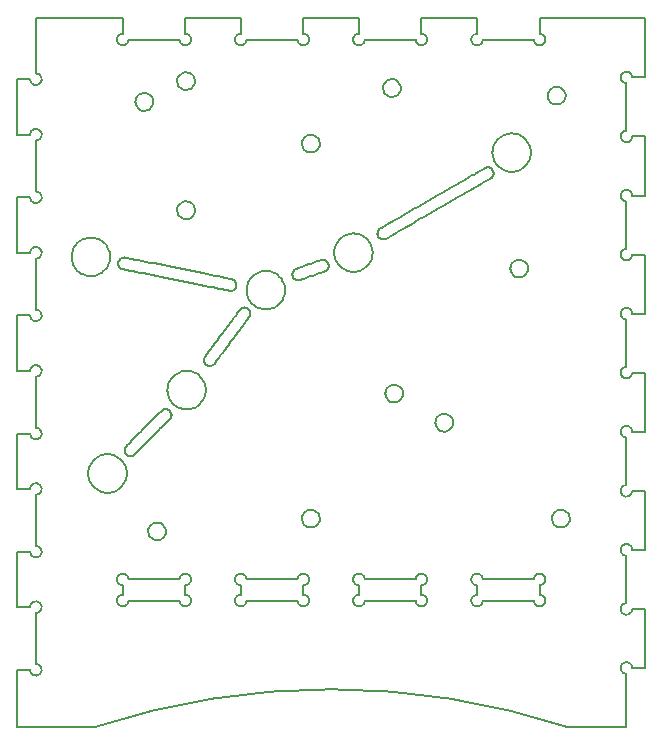
<source format=gbr>
G04 #@! TF.GenerationSoftware,KiCad,Pcbnew,(5.1.2)-1*
G04 #@! TF.CreationDate,2019-05-11T16:31:57-07:00*
G04 #@! TF.ProjectId,ExportTemplate,4578706f-7274-4546-956d-706c6174652e,rev?*
G04 #@! TF.SameCoordinates,Original*
G04 #@! TF.FileFunction,Profile,NP*
%FSLAX46Y46*%
G04 Gerber Fmt 4.6, Leading zero omitted, Abs format (unit mm)*
G04 Created by KiCad (PCBNEW (5.1.2)-1) date 2019-05-11 16:31:57*
%MOMM*%
%LPD*%
G04 APERTURE LIST*
%ADD10C,0.200000*%
G04 APERTURE END LIST*
D10*
X110746932Y-105064937D02*
X110766865Y-105049530D01*
X110727654Y-105081470D02*
X110737208Y-105073063D01*
X110722943Y-105085777D02*
X110727654Y-105081470D01*
X110706928Y-105101271D02*
X110708542Y-105099658D01*
X110019292Y-105788907D02*
X110191376Y-105616822D01*
X110191376Y-105616822D02*
X110244382Y-105563817D01*
X108199695Y-107608505D02*
X108307157Y-107501043D01*
X108307157Y-107501043D02*
X108424784Y-107383415D01*
X110675683Y-105132516D02*
X110690092Y-105118108D01*
X110657463Y-105150737D02*
X110675683Y-105132516D01*
X107930131Y-107878068D02*
X108009457Y-107798742D01*
X109499407Y-106308792D02*
X109635913Y-106172286D01*
X109635913Y-106172286D02*
X109768063Y-106040137D01*
X109768063Y-106040137D02*
X109897308Y-105910891D01*
X109897308Y-105910891D02*
X110019292Y-105788907D01*
X111014765Y-104955423D02*
X111062637Y-104953150D01*
X107768393Y-108039806D02*
X107808510Y-107999690D01*
X110513945Y-105294254D02*
X110581291Y-105226909D01*
X110920355Y-104973629D02*
X110967224Y-104962245D01*
X110830061Y-105010131D02*
X110874510Y-104989588D01*
X108676014Y-107132186D02*
X108876234Y-106931964D01*
X108876234Y-106931964D02*
X108944670Y-106863530D01*
X110808481Y-105022122D02*
X110830061Y-105010131D01*
X110737208Y-105073063D02*
X110746932Y-105064937D01*
X118237632Y-96876869D02*
X118233276Y-96924903D01*
X110718277Y-105090154D02*
X110722943Y-105085777D01*
X110709849Y-105098350D02*
X110713657Y-105094600D01*
X110690092Y-105118108D02*
X110700552Y-105107647D01*
X107735692Y-108072508D02*
X107737148Y-108071051D01*
X110635567Y-105172633D02*
X110657463Y-105150737D01*
X108424784Y-107383415D02*
X108546768Y-107261431D01*
X108546768Y-107261431D02*
X108676014Y-107132186D01*
X108009457Y-107798742D02*
X108199695Y-107608505D01*
X107753985Y-108054215D02*
X107768393Y-108039806D01*
X118224244Y-96972599D02*
X118191904Y-97065487D01*
X110700552Y-105107647D02*
X110704259Y-105103940D01*
X107734993Y-108073207D02*
X107735692Y-108072508D01*
X110581291Y-105226909D02*
X110635567Y-105172633D01*
X110434619Y-105373580D02*
X110513945Y-105294254D01*
X107862786Y-107945414D02*
X107930131Y-107878068D01*
X107743525Y-108064675D02*
X107753985Y-108054215D01*
X107737148Y-108071051D02*
X107739817Y-108068382D01*
X118233276Y-96924903D02*
X118224244Y-96972599D01*
X111250764Y-104989588D02*
X111273187Y-104999286D01*
X111227993Y-104981036D02*
X111250764Y-104989588D01*
X111204919Y-104973629D02*
X111227993Y-104981036D01*
X110787398Y-105035256D02*
X110808481Y-105022122D01*
X110766865Y-105049530D02*
X110787398Y-105035256D01*
X110244382Y-105563817D02*
X110344402Y-105463798D01*
X111158050Y-104962245D02*
X111204919Y-104973629D01*
X111110510Y-104955423D02*
X111158050Y-104962245D01*
X110708542Y-105099658D02*
X110709849Y-105098350D01*
X118191904Y-97065487D02*
X118140276Y-97152352D01*
X110713657Y-105094600D02*
X110718277Y-105090154D01*
X110344402Y-105463798D02*
X110434619Y-105373580D01*
X111062637Y-104953150D02*
X111110510Y-104955423D01*
X110704259Y-105103940D02*
X110706928Y-105101271D01*
X109222038Y-106586161D02*
X109326527Y-106481671D01*
X109326527Y-106481671D02*
X109465053Y-106343145D01*
X109465053Y-106343145D02*
X109499407Y-106308792D01*
X107808510Y-107999690D02*
X107862786Y-107945414D01*
X107739817Y-108068382D02*
X107743525Y-108064675D01*
X108944670Y-106863530D02*
X109082628Y-106725572D01*
X109082628Y-106725572D02*
X109222038Y-106586161D01*
X110967224Y-104962245D02*
X111014765Y-104955423D01*
X110874510Y-104989588D02*
X110920355Y-104973629D01*
X118150386Y-96571551D02*
X118154236Y-96577217D01*
X117937910Y-96396237D02*
X117940756Y-96397482D01*
X118112361Y-96523201D02*
X118121315Y-96533525D01*
X118031574Y-96449965D02*
X118042500Y-96458157D01*
X118083904Y-96493736D02*
X118103137Y-96513125D01*
X117926473Y-96391445D02*
X117932202Y-96393804D01*
X117967715Y-96410389D02*
X117973771Y-96413582D01*
X118138372Y-96554899D02*
X118146458Y-96565942D01*
X118129988Y-96544092D02*
X118138372Y-96554899D01*
X118020430Y-96442067D02*
X118031574Y-96449965D01*
X118063674Y-96475398D02*
X118083904Y-96493736D01*
X118009073Y-96434471D02*
X118020430Y-96442067D01*
X117955458Y-96404262D02*
X117958540Y-96405761D01*
X117946431Y-96400029D02*
X117947846Y-96400678D01*
X118168608Y-96600079D02*
X118168826Y-96600449D01*
X117973771Y-96413582D02*
X117979779Y-96416859D01*
X118166191Y-96596024D02*
X118167075Y-96597496D01*
X118169596Y-96601763D02*
X118170361Y-96603080D01*
X118121315Y-96533525D02*
X118129988Y-96544092D01*
X118168826Y-96600449D02*
X118169596Y-96601763D01*
X118167953Y-96598970D02*
X118168390Y-96599709D01*
X118165303Y-96594557D02*
X118166191Y-96596024D01*
X118159861Y-96585823D02*
X118161696Y-96588720D01*
X117949649Y-96401512D02*
X117950037Y-96401693D01*
X118158006Y-96582940D02*
X118159861Y-96585823D01*
X118146458Y-96565942D02*
X118150386Y-96571551D01*
X117958540Y-96405761D02*
X117961610Y-96407282D01*
X118103137Y-96513125D02*
X118112361Y-96523201D01*
X117979779Y-96416859D02*
X117985739Y-96420220D01*
X117964668Y-96408825D02*
X117967715Y-96410389D01*
X117940756Y-96397482D02*
X117943596Y-96398746D01*
X117914954Y-96386954D02*
X117926473Y-96391445D01*
X118237378Y-96828842D02*
X118237632Y-96876869D01*
X117953913Y-96403521D02*
X117955458Y-96404262D01*
X118232575Y-96781157D02*
X118237378Y-96828842D01*
X118200993Y-96665595D02*
X118209525Y-96688124D01*
X117950814Y-96402055D02*
X117951590Y-96402420D01*
X118177787Y-96616351D02*
X118180638Y-96621712D01*
X117985739Y-96420220D02*
X117997507Y-96427186D01*
X118171880Y-96605718D02*
X118174868Y-96611019D01*
X117950037Y-96401693D02*
X117950814Y-96402055D01*
X118223276Y-96734141D02*
X118232575Y-96781157D01*
X117997507Y-96427186D02*
X118009073Y-96434471D01*
X118161696Y-96588720D02*
X118163510Y-96591631D01*
X118216954Y-96710987D02*
X118223276Y-96734141D01*
X117952365Y-96402786D02*
X117953913Y-96403521D01*
X117943596Y-96398746D02*
X117946431Y-96400029D01*
X117947846Y-96400678D02*
X117949260Y-96401331D01*
X117932202Y-96393804D02*
X117937910Y-96396237D01*
X118209525Y-96688124D02*
X118216954Y-96710987D01*
X118167075Y-96597496D02*
X118167953Y-96598970D01*
X118196315Y-96654469D02*
X118200993Y-96665595D01*
X118191362Y-96643443D02*
X118196315Y-96654469D01*
X118186137Y-96632522D02*
X118191362Y-96643443D01*
X117961610Y-96407282D02*
X117964668Y-96408825D01*
X118180638Y-96621712D02*
X118186137Y-96632522D01*
X118174868Y-96611019D02*
X118177787Y-96616351D01*
X118170361Y-96603080D02*
X118171880Y-96605718D01*
X118168390Y-96599709D02*
X118168608Y-96600079D01*
X118042500Y-96458157D02*
X118063674Y-96475398D01*
X118163510Y-96591631D02*
X118165303Y-96594557D01*
X117949260Y-96401331D02*
X117949649Y-96401512D01*
X117951590Y-96402420D02*
X117952365Y-96402786D01*
X118154236Y-96577217D02*
X118158006Y-96582940D01*
X111541677Y-105310387D02*
X111544951Y-105322022D01*
X111538117Y-105298816D02*
X111541677Y-105310387D01*
X111338234Y-105035492D02*
X111338591Y-105035729D01*
X111534270Y-105287314D02*
X111538117Y-105298816D01*
X111526850Y-105267371D02*
X111527964Y-105270204D01*
X111327400Y-105028547D02*
X111330031Y-105030197D01*
X111284253Y-105004565D02*
X111295213Y-105010131D01*
X111295213Y-105010131D02*
X111306062Y-105015984D01*
X111527964Y-105270204D02*
X111530138Y-105275888D01*
X111525718Y-105264542D02*
X111526287Y-105265956D01*
X111525558Y-105264144D02*
X111525718Y-105264542D01*
X111525396Y-105263747D02*
X111525558Y-105264144D01*
X111514710Y-105239415D02*
X111517596Y-105245631D01*
X111523765Y-105259778D02*
X111524422Y-105261364D01*
X111520394Y-105251892D02*
X111521759Y-105255038D01*
X111517596Y-105245631D02*
X111519006Y-105248756D01*
X111340733Y-105037153D02*
X111342156Y-105038108D01*
X111392155Y-105076845D02*
X111402270Y-105086031D01*
X111502306Y-105215004D02*
X111508678Y-105227117D01*
X111402270Y-105086031D02*
X111412129Y-105095484D01*
X111511737Y-105233243D02*
X111514710Y-105239415D01*
X111473608Y-105168496D02*
X111481248Y-105179820D01*
X111457441Y-105146485D02*
X111473608Y-105168496D01*
X111336574Y-105034402D02*
X111337876Y-105035257D01*
X111360316Y-105050984D02*
X111365775Y-105055111D01*
X111340020Y-105036677D02*
X111340733Y-105037153D01*
X111338591Y-105035729D02*
X111339306Y-105036202D01*
X111488583Y-105191350D02*
X111495605Y-105203080D01*
X111335269Y-105033552D02*
X111336574Y-105034402D01*
X111343575Y-105039069D02*
X111346402Y-105041005D01*
X111381789Y-105067936D02*
X111392155Y-105076845D01*
X111306062Y-105015984D02*
X111316793Y-105022122D01*
X111322112Y-105025299D02*
X111327400Y-105028547D01*
X111532240Y-105281591D02*
X111534270Y-105287314D01*
X111530138Y-105275888D02*
X111532240Y-105281591D01*
X111508678Y-105227117D02*
X111511737Y-105233243D01*
X111421729Y-105105196D02*
X111440132Y-105125367D01*
X111481248Y-105179820D02*
X111488583Y-105191350D01*
X111371174Y-105059312D02*
X111381789Y-105067936D01*
X111339306Y-105036202D02*
X111340020Y-105036677D01*
X111342156Y-105038108D02*
X111343575Y-105039069D01*
X111526287Y-105265956D02*
X111526850Y-105267371D01*
X111525073Y-105262952D02*
X111525396Y-105263747D01*
X111524422Y-105261364D02*
X111525073Y-105262952D01*
X111412129Y-105095484D02*
X111421729Y-105105196D01*
X111440132Y-105125367D02*
X111457441Y-105146485D01*
X111521759Y-105255038D02*
X111523102Y-105258195D01*
X111354795Y-105046934D02*
X111360316Y-105050984D01*
X111337876Y-105035257D02*
X111338234Y-105035492D01*
X111523102Y-105258195D02*
X111523765Y-105259778D01*
X111330031Y-105030197D02*
X111332655Y-105031866D01*
X111557041Y-105380964D02*
X111559883Y-105404797D01*
X111495605Y-105203080D02*
X111502306Y-105215004D01*
X111332655Y-105031866D02*
X111335269Y-105033552D01*
X111547940Y-105333716D02*
X111553060Y-105357256D01*
X111349215Y-105042962D02*
X111352013Y-105044938D01*
X111352013Y-105044938D02*
X111354795Y-105046934D01*
X111365775Y-105055111D02*
X111371174Y-105059312D01*
X111316793Y-105022122D02*
X111322112Y-105025299D01*
X111273187Y-104999286D02*
X111284253Y-105004565D01*
X111553060Y-105357256D02*
X111557041Y-105380964D01*
X111544951Y-105322022D02*
X111547940Y-105333716D01*
X111519006Y-105248756D02*
X111520394Y-105251892D01*
X111346402Y-105041005D02*
X111349215Y-105042962D01*
X114605149Y-101249232D02*
X114604374Y-101248866D01*
X114608892Y-101250974D02*
X114607479Y-101250321D01*
X114387913Y-101051203D02*
X114387143Y-101049889D01*
X114598198Y-101245890D02*
X114595128Y-101244369D01*
X114618829Y-101255414D02*
X114615983Y-101254169D01*
X114387143Y-101049889D02*
X114386377Y-101048572D01*
X114388349Y-101051943D02*
X114388131Y-101051573D01*
X114398732Y-101068712D02*
X114396877Y-101065829D01*
X114472835Y-101157916D02*
X114453602Y-101138527D01*
X114547666Y-101217180D02*
X114536308Y-101209585D01*
X114592070Y-101242827D02*
X114589024Y-101241262D01*
X114390547Y-101055627D02*
X114389664Y-101054156D01*
X114615983Y-101254169D02*
X114613142Y-101252905D01*
X114360424Y-100997183D02*
X114355746Y-100986057D01*
X114493065Y-101176254D02*
X114472835Y-101157916D01*
X114589024Y-101241262D02*
X114582967Y-101238070D01*
X114624537Y-101257848D02*
X114618829Y-101255414D01*
X114396877Y-101065829D02*
X114395043Y-101062932D01*
X114365376Y-101008209D02*
X114360424Y-100997183D01*
X114607479Y-101250321D02*
X114607090Y-101250140D01*
X114613142Y-101252905D02*
X114610308Y-101251622D01*
X114376100Y-101029939D02*
X114370602Y-101019130D01*
X114381871Y-101040632D02*
X114378952Y-101035301D01*
X114388131Y-101051573D02*
X114387913Y-101051203D01*
X114406352Y-101080101D02*
X114402502Y-101074435D01*
X114391436Y-101057095D02*
X114390547Y-101055627D01*
X114410280Y-101085710D02*
X114406352Y-101080101D01*
X114582967Y-101238070D02*
X114576959Y-101234792D01*
X114525164Y-101201687D02*
X114514239Y-101193494D01*
X114388786Y-101052681D02*
X114388349Y-101051943D01*
X114402502Y-101074435D02*
X114398732Y-101068712D01*
X114559231Y-101224466D02*
X114547666Y-101217180D01*
X114605925Y-101249596D02*
X114605149Y-101249232D01*
X114604374Y-101248866D02*
X114602825Y-101248131D01*
X114606701Y-101249959D02*
X114605925Y-101249596D01*
X114595128Y-101244369D02*
X114592070Y-101242827D01*
X114602825Y-101248131D02*
X114601280Y-101247389D01*
X114370602Y-101019130D02*
X114365376Y-101008209D01*
X114393229Y-101060020D02*
X114391436Y-101057095D01*
X114418367Y-101096752D02*
X114410280Y-101085710D01*
X114435424Y-101118127D02*
X114426751Y-101107559D01*
X114444377Y-101128451D02*
X114435424Y-101118127D01*
X114571000Y-101231432D02*
X114559231Y-101224466D01*
X114453602Y-101138527D02*
X114444377Y-101128451D01*
X114536308Y-101209585D02*
X114525164Y-101201687D01*
X114601280Y-101247389D02*
X114598198Y-101245890D01*
X114514239Y-101193494D02*
X114493065Y-101176254D01*
X114426751Y-101107559D02*
X114418367Y-101096752D01*
X114610308Y-101251622D02*
X114608892Y-101250974D01*
X114378952Y-101035301D02*
X114376100Y-101029939D01*
X114630266Y-101260207D02*
X114624537Y-101257848D01*
X114607090Y-101250140D02*
X114606701Y-101249959D01*
X114389664Y-101054156D02*
X114388786Y-101052681D01*
X114576959Y-101234792D02*
X114571000Y-101231432D01*
X114384858Y-101045933D02*
X114381871Y-101040632D01*
X114386377Y-101048572D02*
X114384858Y-101045933D01*
X114395043Y-101062932D02*
X114393229Y-101060020D01*
X116680141Y-99123448D02*
X116543253Y-99308238D01*
X116543253Y-99308238D02*
X116407792Y-99491104D01*
X115212233Y-101104762D02*
X115204237Y-101114733D01*
X115220538Y-101093826D02*
X115219362Y-101095413D01*
X115345486Y-100925153D02*
X115292193Y-100997096D01*
X115224743Y-101088149D02*
X115222123Y-101091687D01*
X115270693Y-101026120D02*
X115252802Y-101050271D01*
X116143998Y-99847210D02*
X116017091Y-100018526D01*
X116017091Y-100018526D02*
X115897315Y-100180217D01*
X116696036Y-94921712D02*
X116649016Y-94933775D01*
X118140276Y-97152352D02*
X118139590Y-97153278D01*
X116882807Y-94816149D02*
X116864524Y-94831699D01*
X118139590Y-97153278D02*
X118138159Y-97155209D01*
X117462967Y-98066679D02*
X117343190Y-98228370D01*
X117343190Y-98228370D02*
X117216284Y-98399686D01*
X114641784Y-101264698D02*
X114630266Y-101260207D01*
X114653377Y-101268888D02*
X114641784Y-101264698D01*
X114724150Y-101287765D02*
X114700367Y-101282661D01*
X115489504Y-100730738D02*
X115411613Y-100835886D01*
X115113455Y-101200377D02*
X115072517Y-101227243D01*
X115219362Y-101095413D02*
X115216148Y-101099683D01*
X116952490Y-98755792D02*
X116817028Y-98938657D01*
X116817028Y-98938657D02*
X116680141Y-99123448D01*
X118068089Y-97249800D02*
X118014796Y-97321743D01*
X114665037Y-101272779D02*
X114653377Y-101268888D01*
X114676760Y-101276371D02*
X114665037Y-101272779D01*
X115170159Y-101152099D02*
X115151952Y-101169242D01*
X115196026Y-101124454D02*
X115187605Y-101133924D01*
X115204237Y-101114733D02*
X115196026Y-101124454D01*
X115252802Y-101050271D02*
X115238654Y-101069370D01*
X116741379Y-94905271D02*
X116696036Y-94921712D01*
X118121628Y-97177526D02*
X118107480Y-97196625D01*
X116825898Y-94860072D02*
X116784759Y-94884659D01*
X115578088Y-100611154D02*
X115489504Y-100730738D01*
X115897315Y-100180217D02*
X115781815Y-100336134D01*
X115781815Y-100336134D02*
X115676298Y-100478576D01*
X118014796Y-97321743D02*
X117948669Y-97411010D01*
X114700367Y-101282661D02*
X114676760Y-101276371D01*
X117948669Y-97411010D02*
X117870778Y-97516158D01*
X115238654Y-101069370D02*
X115228383Y-101083235D01*
X116784759Y-94884659D02*
X116741379Y-94905271D01*
X116864524Y-94831699D02*
X116825898Y-94860072D01*
X114748062Y-101291693D02*
X114724150Y-101287765D01*
X114796097Y-101296049D02*
X114748062Y-101291693D01*
X114844123Y-101295795D02*
X114796097Y-101296049D01*
X114891809Y-101290992D02*
X114844123Y-101295795D01*
X115676298Y-100478576D02*
X115578088Y-100611154D01*
X114938824Y-101281693D02*
X114891809Y-101290992D01*
X114984842Y-101267943D02*
X114938824Y-101281693D01*
X115029523Y-101249780D02*
X114984842Y-101267943D01*
X115151952Y-101169242D02*
X115113455Y-101200377D01*
X115187605Y-101133924D02*
X115170159Y-101152099D01*
X115216148Y-101099683D02*
X115212233Y-101104762D01*
X115222123Y-101091687D02*
X115220538Y-101093826D01*
X115228383Y-101083235D02*
X115224743Y-101088149D01*
X118135539Y-97158747D02*
X118131899Y-97163661D01*
X115292193Y-100997096D02*
X115270693Y-101026120D01*
X115411613Y-100835886D02*
X115345486Y-100925153D01*
X116407792Y-99491104D02*
X116208520Y-99760108D01*
X116208520Y-99760108D02*
X116143998Y-99847210D01*
X118107480Y-97196625D02*
X118068089Y-97249800D01*
X116551183Y-94943912D02*
X116450617Y-94934029D01*
X116649016Y-94933775D02*
X116551183Y-94943912D01*
X117216284Y-98399686D02*
X117019686Y-98665081D01*
X117019686Y-98665081D02*
X116952490Y-98755792D01*
X117683984Y-97768319D02*
X117578466Y-97910762D01*
X117578466Y-97910762D02*
X117462967Y-98066679D01*
X118138159Y-97155209D02*
X118135539Y-97158747D01*
X115072517Y-101227243D02*
X115029523Y-101249780D01*
X116900356Y-94799719D02*
X116882807Y-94816149D01*
X118131899Y-97163661D02*
X118121628Y-97177526D01*
X117870778Y-97516158D02*
X117783798Y-97633576D01*
X117783798Y-97633576D02*
X117683984Y-97768319D01*
X117303936Y-96601380D02*
X117318083Y-96582282D01*
X117286045Y-96625532D02*
X117303936Y-96601380D01*
X114685959Y-100135493D02*
X114772940Y-100018074D01*
X114772940Y-100018074D02*
X114872754Y-99883331D01*
X114364834Y-100586165D02*
X114416462Y-100499299D01*
X117264545Y-96654556D02*
X117286045Y-96625532D01*
X114421199Y-100492904D02*
X114424839Y-100487990D01*
X115093770Y-99584972D02*
X115276643Y-99338104D01*
X115276643Y-99338104D02*
X115340453Y-99251965D01*
X114355746Y-100986057D02*
X114347213Y-100963528D01*
X114608069Y-100240641D02*
X114685959Y-100135493D01*
X114319361Y-100822810D02*
X114319106Y-100774783D01*
X114347213Y-100963528D02*
X114339784Y-100940665D01*
X114418578Y-100496442D02*
X114421199Y-100492904D01*
X114332494Y-100679053D02*
X114364834Y-100586165D01*
X114333463Y-100917511D02*
X114324164Y-100870495D01*
X116659423Y-97471434D02*
X116774922Y-97315517D01*
X116774922Y-97315517D02*
X116880439Y-97173075D01*
X116412740Y-97804442D02*
X116539646Y-97633126D01*
X116539646Y-97633126D02*
X116659423Y-97471434D01*
X115340453Y-99251965D02*
X115470211Y-99076799D01*
X115470211Y-99076799D02*
X115604247Y-98895859D01*
X114488648Y-100401851D02*
X114541942Y-100329908D01*
X116880439Y-97173075D02*
X116978649Y-97040498D01*
X115604247Y-98895859D02*
X115739709Y-98712993D01*
X115739709Y-98712993D02*
X115876597Y-98528203D01*
X117386578Y-96499553D02*
X117404786Y-96482410D01*
X117369133Y-96517728D02*
X117386578Y-96499553D01*
X117903362Y-96382763D02*
X117914954Y-96386954D01*
X117664929Y-96360660D02*
X117712615Y-96355857D01*
X114435110Y-100474125D02*
X114449258Y-100455026D01*
X114323463Y-100726748D02*
X114332494Y-100679053D01*
X117891701Y-96378873D02*
X117903362Y-96382763D01*
X117879979Y-96375281D02*
X117891701Y-96378873D01*
X117856372Y-96368991D02*
X117879979Y-96375281D01*
X117571896Y-96383709D02*
X117617914Y-96369959D01*
X117336200Y-96557826D02*
X117337375Y-96556239D01*
X117211251Y-96726499D02*
X117264545Y-96654556D01*
X116148946Y-98160548D02*
X116282982Y-97979607D01*
X116282982Y-97979607D02*
X116412740Y-97804442D01*
X116978649Y-97040498D02*
X117067234Y-96920913D01*
X114339784Y-100940665D02*
X114333463Y-100917511D01*
X117832589Y-96363886D02*
X117856372Y-96368991D01*
X117808676Y-96359959D02*
X117832589Y-96363886D01*
X117344505Y-96546890D02*
X117352500Y-96536919D01*
X117760642Y-96355603D02*
X117808676Y-96359959D01*
X114872754Y-99883331D02*
X114978271Y-99740889D01*
X114978271Y-99740889D02*
X115093770Y-99584972D01*
X114416462Y-100499299D02*
X114417148Y-100498372D01*
X117712615Y-96355857D02*
X117760642Y-96355603D01*
X117617914Y-96369959D02*
X117664929Y-96360660D01*
X114417148Y-100498372D02*
X114418578Y-100496442D01*
X117331994Y-96563503D02*
X117334615Y-96559965D01*
X117527215Y-96401872D02*
X117571896Y-96383709D01*
X117484221Y-96424409D02*
X117527215Y-96401872D01*
X117334615Y-96559965D02*
X117336200Y-96557826D01*
X117318083Y-96582282D02*
X117328354Y-96568417D01*
X117067234Y-96920913D02*
X117145125Y-96815766D01*
X114324164Y-100870495D02*
X114319361Y-100822810D01*
X117443282Y-96451275D02*
X117484221Y-96424409D01*
X114319106Y-100774783D02*
X114323463Y-100726748D01*
X114541942Y-100329908D02*
X114608069Y-100240641D01*
X115876597Y-98528203D02*
X116013484Y-98343413D01*
X116013484Y-98343413D02*
X116148946Y-98160548D01*
X117404786Y-96482410D02*
X117443282Y-96451275D01*
X117360712Y-96527197D02*
X117369133Y-96517728D01*
X114424839Y-100487990D02*
X114435110Y-100474125D01*
X117352500Y-96536919D02*
X117360712Y-96527197D01*
X117340590Y-96551968D02*
X117344505Y-96546890D01*
X117337375Y-96556239D02*
X117340590Y-96551968D01*
X117145125Y-96815766D02*
X117211251Y-96726499D01*
X117328354Y-96568417D02*
X117331994Y-96563503D01*
X114449258Y-100455026D02*
X114488648Y-100401851D01*
X138832473Y-84922723D02*
X138832526Y-84923149D01*
X138830181Y-84906589D02*
X138830710Y-84909977D01*
X138807103Y-84817314D02*
X138811551Y-84830230D01*
X138759539Y-84719195D02*
X138766616Y-84730878D01*
X138752146Y-84707705D02*
X138759539Y-84719195D01*
X138773375Y-84742744D02*
X138785930Y-84766991D01*
X138736418Y-84685339D02*
X138744439Y-84696416D01*
X138732291Y-84679883D02*
X138736418Y-84685339D01*
X138712184Y-84655411D02*
X138712749Y-84656055D01*
X138836128Y-84971988D02*
X138836279Y-84984074D01*
X138721630Y-84666495D02*
X138723801Y-84669143D01*
X138835684Y-84959889D02*
X138836128Y-84971988D01*
X138832761Y-84925087D02*
X138832940Y-84926600D01*
X138834945Y-84947784D02*
X138835684Y-84959889D01*
X138834465Y-84941731D02*
X138834945Y-84947784D01*
X138833911Y-84935677D02*
X138834465Y-84941731D01*
X138832940Y-84926600D02*
X138833282Y-84929625D01*
X138832579Y-84923575D02*
X138832761Y-84925087D01*
X138832526Y-84923149D02*
X138832579Y-84923575D01*
X138744439Y-84696416D02*
X138752146Y-84707705D01*
X138832149Y-84920169D02*
X138832367Y-84921871D01*
X138831214Y-84913370D02*
X138831694Y-84916767D01*
X138811551Y-84830230D02*
X138815652Y-84843266D01*
X138684739Y-84626634D02*
X138693515Y-84635341D01*
X138766616Y-84730878D02*
X138773375Y-84742744D01*
X138714999Y-84658642D02*
X138717228Y-84661244D01*
X138702098Y-84644292D02*
X138704212Y-84646567D01*
X138710765Y-84653805D02*
X138711049Y-84654126D01*
X138797183Y-84791869D02*
X138807103Y-84817314D01*
X138832367Y-84921871D02*
X138832473Y-84922723D01*
X138829628Y-84903206D02*
X138830181Y-84906589D01*
X138831924Y-84918468D02*
X138832149Y-84920169D01*
X138831694Y-84916767D02*
X138831924Y-84918468D01*
X138710480Y-84653484D02*
X138710765Y-84653805D01*
X138827174Y-84889724D02*
X138828449Y-84896455D01*
X138728085Y-84674484D02*
X138732291Y-84679883D01*
X138706314Y-84648858D02*
X138708404Y-84651164D01*
X138717228Y-84661244D02*
X138719439Y-84663862D01*
X138709444Y-84652322D02*
X138710480Y-84653484D01*
X138712749Y-84656055D02*
X138713876Y-84657347D01*
X138704212Y-84646567D02*
X138706314Y-84648858D01*
X138713876Y-84657347D02*
X138714999Y-84658642D01*
X138711049Y-84654126D02*
X138711617Y-84654768D01*
X138711617Y-84654768D02*
X138712184Y-84655411D01*
X138693515Y-84635341D02*
X138697831Y-84639786D01*
X138830710Y-84909977D02*
X138831214Y-84913370D01*
X138828449Y-84896455D02*
X138829628Y-84903206D01*
X138785930Y-84766991D02*
X138797183Y-84791869D01*
X138697831Y-84639786D02*
X138702098Y-84644292D01*
X138822785Y-84869665D02*
X138825805Y-84883015D01*
X138819399Y-84856413D02*
X138822785Y-84869665D01*
X138723801Y-84669143D02*
X138728085Y-84674484D01*
X138719439Y-84663862D02*
X138721630Y-84666495D01*
X138708404Y-84651164D02*
X138709444Y-84652322D01*
X138815652Y-84843266D02*
X138819399Y-84856413D01*
X138825805Y-84883015D02*
X138827174Y-84889724D01*
X138833282Y-84929625D02*
X138833911Y-84935677D01*
X129347193Y-89598115D02*
X129401342Y-89566852D01*
X137987323Y-84609733D02*
X138030144Y-84585011D01*
X138465871Y-84502939D02*
X138511524Y-84517524D01*
X138419041Y-84492744D02*
X138465871Y-84502939D01*
X138226471Y-84497783D02*
X138274723Y-84489444D01*
X129099319Y-89786866D02*
X129165978Y-89714542D01*
X138178760Y-84511010D02*
X138202523Y-84503780D01*
X138087516Y-84551887D02*
X138092172Y-84549246D01*
X136705546Y-85349768D02*
X136858755Y-85261312D01*
X136858755Y-85261312D02*
X137002793Y-85178152D01*
X138030144Y-84585011D02*
X138061231Y-84567063D01*
X137868101Y-84678567D02*
X137933174Y-84640996D01*
X137506657Y-84887246D02*
X137706800Y-84771694D01*
X137706800Y-84771694D02*
X137868101Y-84678567D01*
X129072039Y-89827018D02*
X129099319Y-89786866D01*
X130063607Y-89184493D02*
X130326867Y-89032499D01*
X130326867Y-89032499D02*
X130628970Y-88858081D01*
X129254337Y-89651726D02*
X129262269Y-89647146D01*
X134491566Y-86628010D02*
X134897246Y-86393790D01*
X134897246Y-86393790D02*
X135289980Y-86167045D01*
X129827859Y-89320602D02*
X130063607Y-89184493D01*
X130628970Y-88858081D02*
X130948335Y-88673695D01*
X130948335Y-88673695D02*
X131297912Y-88471867D01*
X129247931Y-89655424D02*
X129250008Y-89654225D01*
X129030018Y-89913498D02*
X129048913Y-89869344D01*
X129005237Y-90005981D02*
X129015432Y-89959152D01*
X135289980Y-86167045D02*
X135674081Y-85945284D01*
X135674081Y-85945284D02*
X136036605Y-85735981D01*
X138371354Y-84487029D02*
X138419041Y-84492744D01*
X138274723Y-84489444D02*
X138323136Y-84485895D01*
X129262269Y-89647146D02*
X129273286Y-89640786D01*
X138131990Y-84529206D02*
X138155231Y-84519483D01*
X138080179Y-84556123D02*
X138084976Y-84553354D01*
X137933174Y-84640996D02*
X137987323Y-84609733D01*
X129273286Y-89640786D02*
X129304372Y-89622838D01*
X129048913Y-89869344D02*
X129072039Y-89827018D01*
X137270909Y-85023355D02*
X137506657Y-84887246D01*
X129627717Y-89436155D02*
X129827859Y-89320602D01*
X133667258Y-87103924D02*
X134081570Y-86864721D01*
X134081570Y-86864721D02*
X134491566Y-86628010D01*
X131297912Y-88471867D02*
X131660434Y-88262564D01*
X131660434Y-88262564D02*
X132044536Y-88040803D01*
X138323136Y-84485895D02*
X138371354Y-84487029D01*
X136036605Y-85735981D02*
X136386180Y-85534154D01*
X136386180Y-85534154D02*
X136705546Y-85349768D01*
X138202523Y-84503780D02*
X138226471Y-84497783D01*
X138155231Y-84519483D02*
X138178760Y-84511010D01*
X138109090Y-84540186D02*
X138131990Y-84529206D01*
X138061231Y-84567063D02*
X138072248Y-84560702D01*
X129251610Y-89653300D02*
X129254337Y-89651726D01*
X138092172Y-84549246D02*
X138097785Y-84546147D01*
X138072248Y-84560702D02*
X138080179Y-84556123D01*
X138084976Y-84553354D02*
X138087516Y-84551887D01*
X129466415Y-89529282D02*
X129627717Y-89436155D01*
X137002793Y-85178152D02*
X137141976Y-85097795D01*
X137141976Y-85097795D02*
X137270909Y-85023355D01*
X132044536Y-88040803D02*
X132437269Y-87814058D01*
X132437269Y-87814058D02*
X132842950Y-87579839D01*
X129015432Y-89959152D02*
X129030018Y-89913498D01*
X129165978Y-89714542D02*
X129247931Y-89655424D01*
X138097785Y-84546147D02*
X138103425Y-84543127D01*
X138103425Y-84543127D02*
X138109090Y-84540186D01*
X129304372Y-89622838D02*
X129347193Y-89598115D01*
X138675774Y-84618173D02*
X138684739Y-84626634D01*
X138666628Y-84609960D02*
X138675774Y-84618173D01*
X138657306Y-84601997D02*
X138666628Y-84609960D01*
X129401342Y-89566852D02*
X129466415Y-89529282D01*
X129250008Y-89654225D02*
X129251610Y-89653300D01*
X138638157Y-84586825D02*
X138657306Y-84601997D01*
X138598004Y-84559545D02*
X138618374Y-84572671D01*
X138618374Y-84572671D02*
X138638157Y-84586825D01*
X132842950Y-87579839D02*
X133252946Y-87343127D01*
X133252946Y-87343127D02*
X133667258Y-87103924D01*
X138555679Y-84536419D02*
X138598004Y-84559545D01*
X138511524Y-84517524D02*
X138555679Y-84536419D01*
X129006067Y-90177419D02*
X129004888Y-90170668D01*
X129027413Y-90256560D02*
X129022965Y-90243644D01*
X129158741Y-90455700D02*
X129149777Y-90447239D01*
X129132418Y-90429582D02*
X129130303Y-90427306D01*
X129048586Y-90306883D02*
X129037333Y-90282005D01*
X129074977Y-90354679D02*
X129067901Y-90342996D01*
X129098098Y-90388535D02*
X129090077Y-90377458D01*
X128998388Y-90101886D02*
X128998237Y-90089800D01*
X129002149Y-90152003D02*
X129002042Y-90151151D01*
X129121767Y-90417818D02*
X129120640Y-90416527D01*
X129122332Y-90418463D02*
X129121767Y-90417818D01*
X129125072Y-90421551D02*
X129124036Y-90420389D01*
X129015117Y-90217461D02*
X129011731Y-90204209D01*
X129022965Y-90243644D02*
X129018864Y-90230608D01*
X129001814Y-90029737D02*
X129005237Y-90005981D01*
X128999523Y-90053668D02*
X129001814Y-90029737D01*
X128998237Y-90089800D02*
X128998377Y-90077731D01*
X128999571Y-90126090D02*
X128998832Y-90113985D01*
X129090077Y-90377458D02*
X129082370Y-90366169D01*
X128998832Y-90113985D02*
X128998388Y-90101886D01*
X129177210Y-90471877D02*
X129167888Y-90463913D01*
X129000051Y-90132143D02*
X128999571Y-90126090D01*
X129102225Y-90393991D02*
X129098098Y-90388535D01*
X129110715Y-90404730D02*
X129106431Y-90399390D01*
X129003806Y-90163897D02*
X129003302Y-90160504D01*
X129004335Y-90167285D02*
X129003806Y-90163897D01*
X129167888Y-90463913D02*
X129158741Y-90455700D01*
X129001754Y-90148787D02*
X129001576Y-90147274D01*
X129120640Y-90416527D02*
X129119517Y-90415232D01*
X129002822Y-90157107D02*
X129002592Y-90155406D01*
X129117288Y-90412629D02*
X129115077Y-90410012D01*
X129123467Y-90419748D02*
X129122899Y-90419106D01*
X129001937Y-90150299D02*
X129001754Y-90148787D01*
X129007342Y-90184150D02*
X129006067Y-90177419D01*
X129130303Y-90427306D02*
X129128201Y-90425016D01*
X129106431Y-90399390D02*
X129102225Y-90393991D01*
X129128201Y-90425016D02*
X129126112Y-90422710D01*
X129000605Y-90138197D02*
X129000051Y-90132143D01*
X128998377Y-90077731D02*
X128999523Y-90053668D01*
X129001234Y-90144249D02*
X129000605Y-90138197D01*
X129001576Y-90147274D02*
X129001234Y-90144249D01*
X129001990Y-90150725D02*
X129001937Y-90150299D01*
X129002042Y-90151151D02*
X129001990Y-90150725D01*
X129004888Y-90170668D02*
X129004335Y-90167285D01*
X129002592Y-90155406D02*
X129002367Y-90153705D01*
X129067901Y-90342996D02*
X129061142Y-90331130D01*
X129141000Y-90438533D02*
X129136685Y-90434088D01*
X129008711Y-90190859D02*
X129007342Y-90184150D01*
X129002367Y-90153705D02*
X129002149Y-90152003D01*
X129003302Y-90160504D02*
X129002822Y-90157107D01*
X129119517Y-90415232D02*
X129117288Y-90412629D01*
X129136685Y-90434088D02*
X129132418Y-90429582D01*
X129149777Y-90447239D02*
X129141000Y-90438533D01*
X129037333Y-90282005D02*
X129027413Y-90256560D01*
X129011731Y-90204209D02*
X129008711Y-90190859D01*
X129115077Y-90410012D02*
X129112886Y-90407378D01*
X129018864Y-90230608D02*
X129015117Y-90217461D01*
X129122899Y-90419106D02*
X129122332Y-90418463D01*
X129126112Y-90422710D02*
X129125072Y-90421551D01*
X129124036Y-90420389D02*
X129123751Y-90420069D01*
X129061142Y-90331130D02*
X129048586Y-90306883D01*
X129082370Y-90366169D02*
X129074977Y-90354679D01*
X129112886Y-90407378D02*
X129110715Y-90404730D01*
X129123751Y-90420069D02*
X129123467Y-90419748D01*
X131172995Y-103649284D02*
X131151221Y-103829400D01*
X131151221Y-103829400D02*
X131097792Y-103976994D01*
X131097792Y-103976994D02*
X131020942Y-104102066D01*
X131020942Y-104102066D02*
X130925190Y-104206330D01*
X130925190Y-104206330D02*
X130809352Y-104292235D01*
X130809352Y-104292235D02*
X130672769Y-104356682D01*
X130672769Y-104356682D02*
X130509701Y-104394322D01*
X130509701Y-104394322D02*
X130422995Y-104399284D01*
X104516051Y-110411784D02*
X104527085Y-110221361D01*
X104527085Y-110221361D02*
X104556670Y-110049097D01*
X104556670Y-110049097D02*
X104601228Y-109891186D01*
X104601228Y-109891186D02*
X104658073Y-109746409D01*
X104658073Y-109746409D02*
X104725566Y-109613049D01*
X104725566Y-109613049D02*
X104802877Y-109489599D01*
X104802877Y-109489599D02*
X104890617Y-109373903D01*
X104890617Y-109373903D02*
X104985985Y-109268779D01*
X104985985Y-109268779D02*
X105091028Y-109171538D01*
X105091028Y-109171538D02*
X105204839Y-109083404D01*
X105204839Y-109083404D02*
X105327412Y-109004832D01*
X105327412Y-109004832D02*
X105461633Y-108935196D01*
X105461633Y-108935196D02*
X105604558Y-108877425D01*
X105604558Y-108877425D02*
X105759958Y-108831713D01*
X105759958Y-108831713D02*
X105932176Y-108800080D01*
X105932176Y-108800080D02*
X106124634Y-108786863D01*
X106124634Y-108786863D02*
X106141051Y-108786784D01*
X122617440Y-82482617D02*
X122639204Y-82302492D01*
X122639204Y-82302492D02*
X122692635Y-82154898D01*
X122692635Y-82154898D02*
X122768804Y-82030723D01*
X122768804Y-82030723D02*
X122864403Y-81926316D01*
X122864403Y-81926316D02*
X122979985Y-81840314D01*
X122979985Y-81840314D02*
X123115765Y-81775882D01*
X123115765Y-81775882D02*
X123280728Y-81737572D01*
X123280728Y-81737572D02*
X123367440Y-81732617D01*
X130219236Y-77030435D02*
X130399353Y-77052199D01*
X130399353Y-77052199D02*
X130546691Y-77105505D01*
X130546691Y-77105505D02*
X130672019Y-77182479D01*
X130672019Y-77182479D02*
X130776283Y-77278232D01*
X130776283Y-77278232D02*
X130862115Y-77393948D01*
X130862115Y-77393948D02*
X130927016Y-77531737D01*
X130927016Y-77531737D02*
X130964409Y-77694901D01*
X130964409Y-77694901D02*
X130969236Y-77780435D01*
X141006329Y-93815950D02*
X140826204Y-93794176D01*
X140826204Y-93794176D02*
X140677588Y-93740249D01*
X140677588Y-93740249D02*
X140552640Y-93663215D01*
X140552640Y-93663215D02*
X140447956Y-93566682D01*
X140447956Y-93566682D02*
X140361696Y-93449519D01*
X140361696Y-93449519D02*
X140297407Y-93311387D01*
X140297407Y-93311387D02*
X140260756Y-93147942D01*
X140260756Y-93147942D02*
X140256329Y-93065950D01*
X109256329Y-79704839D02*
X109076204Y-79683065D01*
X109076204Y-79683065D02*
X108927588Y-79629138D01*
X108927588Y-79629138D02*
X108802640Y-79552104D01*
X108802640Y-79552104D02*
X108697956Y-79455571D01*
X108697956Y-79455571D02*
X108611696Y-79338408D01*
X108611696Y-79338408D02*
X108547407Y-79200276D01*
X108547407Y-79200276D02*
X108510756Y-79036831D01*
X108510756Y-79036831D02*
X108506329Y-78954839D01*
X113534106Y-88127061D02*
X113512332Y-88307178D01*
X113512332Y-88307178D02*
X113458903Y-88454772D01*
X113458903Y-88454772D02*
X113382053Y-88579844D01*
X113382053Y-88579844D02*
X113286301Y-88684108D01*
X113286301Y-88684108D02*
X113170463Y-88770012D01*
X113170463Y-88770012D02*
X113033880Y-88834459D01*
X113033880Y-88834459D02*
X112870812Y-88872099D01*
X112870812Y-88872099D02*
X112784106Y-88877061D01*
X144534106Y-114982617D02*
X144353981Y-114960843D01*
X144353981Y-114960843D02*
X144205365Y-114906916D01*
X144205365Y-114906916D02*
X144080417Y-114829882D01*
X144080417Y-114829882D02*
X143975733Y-114733348D01*
X143975733Y-114733348D02*
X143889473Y-114616185D01*
X143889473Y-114616185D02*
X143825184Y-114478053D01*
X143825184Y-114478053D02*
X143788533Y-114314609D01*
X143788533Y-114314609D02*
X143784106Y-114232617D01*
X111218829Y-103356228D02*
X111229863Y-103165805D01*
X111229863Y-103165805D02*
X111259448Y-102993541D01*
X111259448Y-102993541D02*
X111304006Y-102835630D01*
X111304006Y-102835630D02*
X111360851Y-102690853D01*
X111360851Y-102690853D02*
X111428344Y-102557493D01*
X111428344Y-102557493D02*
X111505655Y-102434043D01*
X111505655Y-102434043D02*
X111593395Y-102318347D01*
X111593395Y-102318347D02*
X111688763Y-102213223D01*
X111688763Y-102213223D02*
X111793806Y-102115982D01*
X111793806Y-102115982D02*
X111907617Y-102027848D01*
X111907617Y-102027848D02*
X112030190Y-101949276D01*
X112030190Y-101949276D02*
X112164411Y-101879640D01*
X112164411Y-101879640D02*
X112307336Y-101821869D01*
X112307336Y-101821869D02*
X112462736Y-101776157D01*
X112462736Y-101776157D02*
X112634954Y-101744524D01*
X112634954Y-101744524D02*
X112827412Y-101731307D01*
X112827412Y-101731307D02*
X112843829Y-101731228D01*
X112784106Y-87377061D02*
X112964223Y-87398825D01*
X112964223Y-87398825D02*
X113111561Y-87452131D01*
X113111561Y-87452131D02*
X113236889Y-87529105D01*
X113236889Y-87529105D02*
X113341153Y-87624858D01*
X113341153Y-87624858D02*
X113426985Y-87740574D01*
X113426985Y-87740574D02*
X113491886Y-87878363D01*
X113491886Y-87878363D02*
X113529279Y-88041527D01*
X113529279Y-88041527D02*
X113534106Y-88127061D01*
X114468829Y-103356228D02*
X114457862Y-103546005D01*
X114457862Y-103546005D02*
X114428549Y-103717369D01*
X114428549Y-103717369D02*
X114383644Y-103876819D01*
X114383644Y-103876819D02*
X114325532Y-104024409D01*
X114325532Y-104024409D02*
X114257792Y-104157621D01*
X114257792Y-104157621D02*
X114180429Y-104280665D01*
X114180429Y-104280665D02*
X114093474Y-104395038D01*
X114093474Y-104395038D02*
X113995886Y-104502255D01*
X113995886Y-104502255D02*
X113891517Y-104598433D01*
X113891517Y-104598433D02*
X113777534Y-104686358D01*
X113777534Y-104686358D02*
X113653742Y-104765318D01*
X113653742Y-104765318D02*
X113520434Y-104834096D01*
X113520434Y-104834096D02*
X113375611Y-104892214D01*
X113375611Y-104892214D02*
X113220014Y-104937460D01*
X113220014Y-104937460D02*
X113049519Y-104968331D01*
X113049519Y-104968331D02*
X112861551Y-104981131D01*
X112861551Y-104981131D02*
X112843829Y-104981228D01*
X144534106Y-113482617D02*
X144714223Y-113504381D01*
X144714223Y-113504381D02*
X144861561Y-113557687D01*
X144861561Y-113557687D02*
X144986889Y-113634661D01*
X144986889Y-113634661D02*
X145091153Y-113730414D01*
X145091153Y-113730414D02*
X145176985Y-113846130D01*
X145176985Y-113846130D02*
X145241886Y-113983919D01*
X145241886Y-113983919D02*
X145279279Y-114147083D01*
X145279279Y-114147083D02*
X145284106Y-114232617D01*
X112034106Y-88127061D02*
X112055870Y-87946936D01*
X112055870Y-87946936D02*
X112109301Y-87799342D01*
X112109301Y-87799342D02*
X112185470Y-87675167D01*
X112185470Y-87675167D02*
X112281069Y-87570760D01*
X112281069Y-87570760D02*
X112396651Y-87484758D01*
X112396651Y-87484758D02*
X112532431Y-87420326D01*
X112532431Y-87420326D02*
X112697394Y-87382016D01*
X112697394Y-87382016D02*
X112784106Y-87377061D01*
X145284106Y-114232617D02*
X145262332Y-114412733D01*
X145262332Y-114412733D02*
X145208903Y-114560327D01*
X145208903Y-114560327D02*
X145132053Y-114685399D01*
X145132053Y-114685399D02*
X145036301Y-114789663D01*
X145036301Y-114789663D02*
X144920463Y-114875568D01*
X144920463Y-114875568D02*
X144783880Y-114940015D01*
X144783880Y-114940015D02*
X144620812Y-114977655D01*
X144620812Y-114977655D02*
X144534106Y-114982617D01*
X123367440Y-81732617D02*
X123547556Y-81754381D01*
X123547556Y-81754381D02*
X123694894Y-81807687D01*
X123694894Y-81807687D02*
X123820222Y-81884661D01*
X123820222Y-81884661D02*
X123924486Y-81980414D01*
X123924486Y-81980414D02*
X124010319Y-82096130D01*
X124010319Y-82096130D02*
X124075220Y-82233919D01*
X124075220Y-82233919D02*
X124112613Y-82397083D01*
X124112613Y-82397083D02*
X124117440Y-82482617D01*
X141006329Y-92315950D02*
X141186445Y-92337714D01*
X141186445Y-92337714D02*
X141333783Y-92391020D01*
X141333783Y-92391020D02*
X141459111Y-92467994D01*
X141459111Y-92467994D02*
X141563375Y-92563747D01*
X141563375Y-92563747D02*
X141649208Y-92679463D01*
X141649208Y-92679463D02*
X141714109Y-92817252D01*
X141714109Y-92817252D02*
X141751502Y-92980416D01*
X141751502Y-92980416D02*
X141756329Y-93065950D01*
X112843829Y-101731228D02*
X113034244Y-101742262D01*
X113034244Y-101742262D02*
X113205587Y-101771637D01*
X113205587Y-101771637D02*
X113362058Y-101815609D01*
X113362058Y-101815609D02*
X113506378Y-101871987D01*
X113506378Y-101871987D02*
X113640416Y-101939537D01*
X113640416Y-101939537D02*
X113767763Y-102019272D01*
X113767763Y-102019272D02*
X113881702Y-102105794D01*
X113881702Y-102105794D02*
X113989640Y-102203950D01*
X113989640Y-102203950D02*
X114086034Y-102308532D01*
X114086034Y-102308532D02*
X114174133Y-102422762D01*
X114174133Y-102422762D02*
X114252919Y-102546306D01*
X114252919Y-102546306D02*
X114321439Y-102679053D01*
X114321439Y-102679053D02*
X114379203Y-102822673D01*
X114379203Y-102822673D02*
X114424477Y-102977584D01*
X114424477Y-102977584D02*
X114455527Y-103147353D01*
X114455527Y-103147353D02*
X114468702Y-103335878D01*
X114468702Y-103335878D02*
X114468829Y-103356228D01*
X130422995Y-104399284D02*
X130242870Y-104377510D01*
X130242870Y-104377510D02*
X130094254Y-104323583D01*
X130094254Y-104323583D02*
X129969306Y-104246549D01*
X129969306Y-104246549D02*
X129864622Y-104150015D01*
X129864622Y-104150015D02*
X129778362Y-104032852D01*
X129778362Y-104032852D02*
X129714073Y-103894720D01*
X129714073Y-103894720D02*
X129677422Y-103731276D01*
X129677422Y-103731276D02*
X129672995Y-103649284D01*
X124117440Y-82482617D02*
X124095666Y-82662733D01*
X124095666Y-82662733D02*
X124042237Y-82810327D01*
X124042237Y-82810327D02*
X123965387Y-82935399D01*
X123965387Y-82935399D02*
X123869634Y-83039663D01*
X123869634Y-83039663D02*
X123753796Y-83125568D01*
X123753796Y-83125568D02*
X123617213Y-83190015D01*
X123617213Y-83190015D02*
X123454146Y-83227655D01*
X123454146Y-83227655D02*
X123367440Y-83232617D01*
X143784106Y-114232617D02*
X143805870Y-114052492D01*
X143805870Y-114052492D02*
X143859301Y-113904898D01*
X143859301Y-113904898D02*
X143935470Y-113780723D01*
X143935470Y-113780723D02*
X144031069Y-113676316D01*
X144031069Y-113676316D02*
X144146651Y-113590314D01*
X144146651Y-113590314D02*
X144282431Y-113525882D01*
X144282431Y-113525882D02*
X144447394Y-113487572D01*
X144447394Y-113487572D02*
X144534106Y-113482617D01*
X107766051Y-110411784D02*
X107755084Y-110601561D01*
X107755084Y-110601561D02*
X107725771Y-110772925D01*
X107725771Y-110772925D02*
X107680866Y-110932375D01*
X107680866Y-110932375D02*
X107622754Y-111079965D01*
X107622754Y-111079965D02*
X107555014Y-111213177D01*
X107555014Y-111213177D02*
X107477651Y-111336221D01*
X107477651Y-111336221D02*
X107390696Y-111450594D01*
X107390696Y-111450594D02*
X107293108Y-111557811D01*
X107293108Y-111557811D02*
X107188739Y-111653989D01*
X107188739Y-111653989D02*
X107074756Y-111741914D01*
X107074756Y-111741914D02*
X106950964Y-111820874D01*
X106950964Y-111820874D02*
X106817656Y-111889652D01*
X106817656Y-111889652D02*
X106672833Y-111947770D01*
X106672833Y-111947770D02*
X106517236Y-111993016D01*
X106517236Y-111993016D02*
X106346741Y-112023887D01*
X106346741Y-112023887D02*
X106158773Y-112036687D01*
X106158773Y-112036687D02*
X106141051Y-112036784D01*
X130422995Y-102899284D02*
X130603112Y-102921048D01*
X130603112Y-102921048D02*
X130750450Y-102974354D01*
X130750450Y-102974354D02*
X130875778Y-103051328D01*
X130875778Y-103051328D02*
X130980042Y-103147081D01*
X130980042Y-103147081D02*
X131065874Y-103262797D01*
X131065874Y-103262797D02*
X131130775Y-103400586D01*
X131130775Y-103400586D02*
X131168168Y-103563750D01*
X131168168Y-103563750D02*
X131172995Y-103649284D01*
X141756329Y-93065950D02*
X141734555Y-93246067D01*
X141734555Y-93246067D02*
X141681126Y-93393661D01*
X141681126Y-93393661D02*
X141604276Y-93518733D01*
X141604276Y-93518733D02*
X141508523Y-93622997D01*
X141508523Y-93622997D02*
X141392685Y-93708901D01*
X141392685Y-93708901D02*
X141256102Y-93773348D01*
X141256102Y-93773348D02*
X141093035Y-93810988D01*
X141093035Y-93810988D02*
X141006329Y-93815950D01*
X106141051Y-108786784D02*
X106331466Y-108797818D01*
X106331466Y-108797818D02*
X106502809Y-108827193D01*
X106502809Y-108827193D02*
X106659280Y-108871165D01*
X106659280Y-108871165D02*
X106803600Y-108927543D01*
X106803600Y-108927543D02*
X106937638Y-108995093D01*
X106937638Y-108995093D02*
X107064985Y-109074828D01*
X107064985Y-109074828D02*
X107178924Y-109161350D01*
X107178924Y-109161350D02*
X107286862Y-109259506D01*
X107286862Y-109259506D02*
X107383256Y-109364088D01*
X107383256Y-109364088D02*
X107471355Y-109478318D01*
X107471355Y-109478318D02*
X107550141Y-109601862D01*
X107550141Y-109601862D02*
X107618661Y-109734609D01*
X107618661Y-109734609D02*
X107676425Y-109878229D01*
X107676425Y-109878229D02*
X107721699Y-110033140D01*
X107721699Y-110033140D02*
X107752749Y-110202909D01*
X107752749Y-110202909D02*
X107765924Y-110391434D01*
X107765924Y-110391434D02*
X107766051Y-110411784D01*
X123367440Y-83232617D02*
X123187315Y-83210843D01*
X123187315Y-83210843D02*
X123038699Y-83156916D01*
X123038699Y-83156916D02*
X122913751Y-83079882D01*
X122913751Y-83079882D02*
X122809067Y-82983348D01*
X122809067Y-82983348D02*
X122722807Y-82866185D01*
X122722807Y-82866185D02*
X122658518Y-82728053D01*
X122658518Y-82728053D02*
X122621867Y-82564609D01*
X122621867Y-82564609D02*
X122617440Y-82482617D01*
X140256329Y-93065950D02*
X140278093Y-92885825D01*
X140278093Y-92885825D02*
X140331524Y-92738231D01*
X140331524Y-92738231D02*
X140407693Y-92614056D01*
X140407693Y-92614056D02*
X140503292Y-92509649D01*
X140503292Y-92509649D02*
X140618874Y-92423647D01*
X140618874Y-92423647D02*
X140754654Y-92359215D01*
X140754654Y-92359215D02*
X140919617Y-92320905D01*
X140919617Y-92320905D02*
X141006329Y-92315950D01*
X112784106Y-88877061D02*
X112603981Y-88855287D01*
X112603981Y-88855287D02*
X112455365Y-88801360D01*
X112455365Y-88801360D02*
X112330417Y-88724326D01*
X112330417Y-88724326D02*
X112225733Y-88627793D01*
X112225733Y-88627793D02*
X112139473Y-88510630D01*
X112139473Y-88510630D02*
X112075184Y-88372498D01*
X112075184Y-88372498D02*
X112038533Y-88209053D01*
X112038533Y-88209053D02*
X112034106Y-88127061D01*
X110006329Y-78954839D02*
X109984555Y-79134956D01*
X109984555Y-79134956D02*
X109931126Y-79282550D01*
X109931126Y-79282550D02*
X109854276Y-79407622D01*
X109854276Y-79407622D02*
X109758523Y-79511886D01*
X109758523Y-79511886D02*
X109642685Y-79597790D01*
X109642685Y-79597790D02*
X109506102Y-79662237D01*
X109506102Y-79662237D02*
X109343035Y-79699877D01*
X109343035Y-79699877D02*
X109256329Y-79704839D01*
X112843829Y-104981228D02*
X112654043Y-104970261D01*
X112654043Y-104970261D02*
X112482987Y-104941019D01*
X112482987Y-104941019D02*
X112325591Y-104896837D01*
X112325591Y-104896837D02*
X112180707Y-104840209D01*
X112180707Y-104840209D02*
X112047230Y-104772909D01*
X112047230Y-104772909D02*
X111923908Y-104695952D01*
X111923908Y-104695952D02*
X111809235Y-104609378D01*
X111809235Y-104609378D02*
X111704074Y-104514497D01*
X111704074Y-104514497D02*
X111606347Y-104409494D01*
X111606347Y-104409494D02*
X111517922Y-104295920D01*
X111517922Y-104295920D02*
X111439189Y-104173833D01*
X111439189Y-104173833D02*
X111369963Y-104041511D01*
X111369963Y-104041511D02*
X111311016Y-103897113D01*
X111311016Y-103897113D02*
X111264794Y-103741596D01*
X111264794Y-103741596D02*
X111233035Y-103572076D01*
X111233035Y-103572076D02*
X111219071Y-103384759D01*
X111219071Y-103384759D02*
X111218829Y-103356228D01*
X129672995Y-103649284D02*
X129694759Y-103469159D01*
X129694759Y-103469159D02*
X129748190Y-103321565D01*
X129748190Y-103321565D02*
X129824359Y-103197390D01*
X129824359Y-103197390D02*
X129919958Y-103092983D01*
X129919958Y-103092983D02*
X130035540Y-103006981D01*
X130035540Y-103006981D02*
X130171320Y-102942549D01*
X130171320Y-102942549D02*
X130336283Y-102904239D01*
X130336283Y-102904239D02*
X130422995Y-102899284D01*
X109256329Y-78204839D02*
X109436445Y-78226603D01*
X109436445Y-78226603D02*
X109583783Y-78279909D01*
X109583783Y-78279909D02*
X109709111Y-78356883D01*
X109709111Y-78356883D02*
X109813375Y-78452636D01*
X109813375Y-78452636D02*
X109899208Y-78568352D01*
X109899208Y-78568352D02*
X109964109Y-78706141D01*
X109964109Y-78706141D02*
X110001502Y-78869305D01*
X110001502Y-78869305D02*
X110006329Y-78954839D01*
X106141051Y-112036784D02*
X105951265Y-112025817D01*
X105951265Y-112025817D02*
X105780209Y-111996575D01*
X105780209Y-111996575D02*
X105622813Y-111952393D01*
X105622813Y-111952393D02*
X105477929Y-111895765D01*
X105477929Y-111895765D02*
X105344452Y-111828465D01*
X105344452Y-111828465D02*
X105221130Y-111751508D01*
X105221130Y-111751508D02*
X105106457Y-111664934D01*
X105106457Y-111664934D02*
X105001296Y-111570053D01*
X105001296Y-111570053D02*
X104903569Y-111465050D01*
X104903569Y-111465050D02*
X104815144Y-111351476D01*
X104815144Y-111351476D02*
X104736411Y-111229389D01*
X104736411Y-111229389D02*
X104667185Y-111097067D01*
X104667185Y-111097067D02*
X104608238Y-110952669D01*
X104608238Y-110952669D02*
X104562016Y-110797152D01*
X104562016Y-110797152D02*
X104530257Y-110627632D01*
X104530257Y-110627632D02*
X104516293Y-110440315D01*
X104516293Y-110440315D02*
X104516051Y-110411784D01*
X108506329Y-78954839D02*
X108528093Y-78774714D01*
X108528093Y-78774714D02*
X108581524Y-78627120D01*
X108581524Y-78627120D02*
X108657693Y-78502945D01*
X108657693Y-78502945D02*
X108753292Y-78398538D01*
X108753292Y-78398538D02*
X108868874Y-78312536D01*
X108868874Y-78312536D02*
X109004654Y-78248104D01*
X109004654Y-78248104D02*
X109169617Y-78209794D01*
X109169617Y-78209794D02*
X109256329Y-78204839D01*
X124775517Y-93116506D02*
X124744908Y-93153780D01*
X130219236Y-78530435D02*
X130039111Y-78508661D01*
X130039111Y-78508661D02*
X129890495Y-78454734D01*
X129890495Y-78454734D02*
X129765547Y-78377700D01*
X129765547Y-78377700D02*
X129660863Y-78281166D01*
X129660863Y-78281166D02*
X129574603Y-78164003D01*
X129574603Y-78164003D02*
X129510314Y-78025871D01*
X129510314Y-78025871D02*
X129473663Y-77862427D01*
X129473663Y-77862427D02*
X129469236Y-77780435D01*
X124744908Y-93153780D02*
X124710622Y-93188144D01*
X124802310Y-93076646D02*
X124775517Y-93116506D01*
X124874927Y-92828665D02*
X124874840Y-92832092D01*
X124858393Y-92944616D02*
X124851683Y-92967700D01*
X124843892Y-92990402D02*
X124825148Y-93034511D01*
X124873083Y-92861366D02*
X124872500Y-92867417D01*
X124870313Y-92885484D02*
X124868495Y-92897454D01*
X124873928Y-92850747D02*
X124873821Y-92852267D01*
X124868804Y-92740080D02*
X124870767Y-92753599D01*
X124814576Y-92578981D02*
X124817790Y-92585027D01*
X130969236Y-77780435D02*
X130947462Y-77960551D01*
X130947462Y-77960551D02*
X130894033Y-78108145D01*
X130894033Y-78108145D02*
X130817183Y-78233217D01*
X130817183Y-78233217D02*
X130721431Y-78337481D01*
X130721431Y-78337481D02*
X130605593Y-78423386D01*
X130605593Y-78423386D02*
X130469010Y-78487833D01*
X130469010Y-78487833D02*
X130305942Y-78525473D01*
X130305942Y-78525473D02*
X130219236Y-78530435D01*
X124863800Y-92713232D02*
X124868804Y-92740080D01*
X124631653Y-93246778D02*
X124540119Y-93289586D01*
X124710622Y-93188144D02*
X124631653Y-93246778D01*
X124874429Y-92842374D02*
X124874339Y-92844088D01*
X124851683Y-92967700D02*
X124843892Y-92990402D01*
X124807885Y-92567023D02*
X124809591Y-92569995D01*
X124866391Y-92909356D02*
X124864004Y-92921188D01*
X124872500Y-92867417D02*
X124871844Y-92873454D01*
X124873821Y-92852267D02*
X124873594Y-92855303D01*
X124829770Y-92609622D02*
X124835238Y-92622149D01*
X124811275Y-92572979D02*
X124812936Y-92575975D01*
X124874085Y-92848371D02*
X124874058Y-92848799D01*
X124805722Y-92563324D02*
X124806157Y-92564063D01*
X124803605Y-92559779D02*
X124804407Y-92561114D01*
X124874139Y-92847514D02*
X124874085Y-92848371D01*
X124809591Y-92569995D02*
X124811275Y-92572979D01*
X124875027Y-92821813D02*
X124874927Y-92828665D01*
X124804627Y-92561482D02*
X124804847Y-92561850D01*
X124873598Y-92780786D02*
X124874455Y-92794437D01*
X124870767Y-92753599D02*
X124872367Y-92767171D01*
X124835238Y-92622149D02*
X124840360Y-92634816D01*
X124806157Y-92564063D02*
X124807024Y-92565541D01*
X124804407Y-92561114D02*
X124804627Y-92561482D01*
X124874455Y-92794437D02*
X124874934Y-92808116D01*
X124812936Y-92575975D02*
X124814576Y-92578981D01*
X124874030Y-92849228D02*
X124873928Y-92850747D01*
X124868495Y-92897454D02*
X124866391Y-92909356D01*
X124805285Y-92562587D02*
X124805722Y-92563324D01*
X124872367Y-92767171D02*
X124873598Y-92780786D01*
X124874242Y-92845801D02*
X124874139Y-92847514D01*
X124874339Y-92844088D02*
X124874242Y-92845801D01*
X124840360Y-92634816D02*
X124845135Y-92647613D01*
X124875029Y-92814962D02*
X124875027Y-92821813D01*
X124874591Y-92838947D02*
X124874429Y-92842374D01*
X124874934Y-92808116D02*
X124875029Y-92814962D01*
X124823954Y-92597244D02*
X124829770Y-92609622D01*
X124817790Y-92585027D02*
X124820915Y-92591115D01*
X124845135Y-92647613D02*
X124849564Y-92660531D01*
X124873594Y-92855303D02*
X124873083Y-92861366D01*
X124849564Y-92660531D02*
X124857381Y-92686693D01*
X124807024Y-92565541D02*
X124807885Y-92567023D01*
X124825148Y-93034511D02*
X124802310Y-93076646D01*
X124874840Y-92832092D02*
X124874728Y-92835520D01*
X124874728Y-92835520D02*
X124874591Y-92838947D01*
X124864004Y-92921188D02*
X124858393Y-92944616D01*
X124871844Y-92873454D02*
X124870313Y-92885484D01*
X124874058Y-92848799D02*
X124874030Y-92849228D01*
X124804847Y-92561850D02*
X124805285Y-92562587D01*
X124820915Y-92591115D02*
X124823954Y-92597244D01*
X129469236Y-77780435D02*
X129491000Y-77600310D01*
X129491000Y-77600310D02*
X129544431Y-77452716D01*
X129544431Y-77452716D02*
X129620600Y-77328541D01*
X129620600Y-77328541D02*
X129716199Y-77224134D01*
X129716199Y-77224134D02*
X129831781Y-77138132D01*
X129831781Y-77138132D02*
X129967561Y-77073700D01*
X129967561Y-77073700D02*
X130132524Y-77035390D01*
X130132524Y-77035390D02*
X130219236Y-77030435D01*
X124857381Y-92686693D02*
X124863800Y-92713232D01*
X124791121Y-92540126D02*
X124794533Y-92545298D01*
X124802800Y-92558447D02*
X124803605Y-92559779D01*
X124801177Y-92555792D02*
X124802800Y-92558447D01*
X124283860Y-92325978D02*
X124308555Y-92322039D01*
X124799538Y-92553150D02*
X124801177Y-92555792D01*
X124797885Y-92550520D02*
X124799538Y-92553150D01*
X124674135Y-92417249D02*
X124711409Y-92447858D01*
X124711409Y-92447858D02*
X124728976Y-92464551D01*
X124333250Y-92319364D02*
X124357896Y-92317936D01*
X123169005Y-92709362D02*
X123363227Y-92641503D01*
X124634275Y-92390456D02*
X124674135Y-92417249D01*
X122179211Y-93055190D02*
X122217217Y-93041911D01*
X124794533Y-92545298D02*
X124797885Y-92550520D01*
X124222451Y-92341469D02*
X124228555Y-92339553D01*
X124769435Y-92510180D02*
X124776890Y-92519953D01*
X124206899Y-92346729D02*
X124208768Y-92346076D01*
X124548031Y-92348874D02*
X124592140Y-92367618D01*
X124455083Y-92324271D02*
X124502245Y-92334372D01*
X124073636Y-92393291D02*
X124120793Y-92376814D01*
X124158798Y-92363535D02*
X124174131Y-92358178D01*
X122036198Y-93115984D02*
X122127733Y-93073176D01*
X124018089Y-92412698D02*
X124073636Y-92393291D01*
X124406857Y-92318735D02*
X124455083Y-92324271D01*
X124357896Y-92317936D02*
X124406857Y-92318735D01*
X124308555Y-92322039D02*
X124333250Y-92319364D01*
X124259214Y-92331200D02*
X124283860Y-92325978D01*
X124211302Y-92345191D02*
X124216358Y-92343468D01*
X124234669Y-92337719D02*
X124246926Y-92334296D01*
X124174131Y-92358178D02*
X124186889Y-92353721D01*
X124208768Y-92346076D02*
X124209898Y-92345682D01*
X122453130Y-92959484D02*
X122610744Y-92904415D01*
X121957228Y-93174618D02*
X122036198Y-93115984D01*
X123363227Y-92641503D02*
X123551347Y-92575775D01*
X124204303Y-92347636D02*
X124206899Y-92346729D01*
X123551347Y-92575775D02*
X123727265Y-92514310D01*
X122974783Y-92777222D02*
X123169005Y-92709362D01*
X122610744Y-92904415D02*
X122786663Y-92842950D01*
X122319920Y-93006027D02*
X122453130Y-92959484D01*
X122217217Y-93041911D02*
X122264374Y-93025434D01*
X122127732Y-93073176D02*
X122129677Y-93072496D01*
X121922943Y-93208982D02*
X121957228Y-93174618D01*
X124784121Y-92529937D02*
X124791121Y-92540126D01*
X124776890Y-92519953D02*
X124784121Y-92529937D01*
X124761760Y-92500618D02*
X124769435Y-92510180D01*
X124592140Y-92367618D02*
X124634275Y-92390456D01*
X124728976Y-92464551D02*
X124745774Y-92482144D01*
X124502245Y-92334372D02*
X124548031Y-92348874D01*
X124246926Y-92334296D02*
X124259214Y-92331200D01*
X122151120Y-93065004D02*
X122179211Y-93055190D01*
X123884880Y-92459241D02*
X124018089Y-92412698D01*
X124186889Y-92353721D02*
X124196979Y-92350195D01*
X124209898Y-92345682D02*
X124211302Y-92345191D01*
X124196979Y-92350195D02*
X124204303Y-92347636D01*
X122133706Y-93071089D02*
X122141031Y-93068529D01*
X122129677Y-93072496D02*
X122133706Y-93071089D01*
X124120793Y-92376814D02*
X124158798Y-92363535D01*
X124228555Y-92339553D02*
X124234669Y-92337719D01*
X124216358Y-92343468D02*
X124222451Y-92341469D01*
X123727265Y-92514310D02*
X123884880Y-92459241D01*
X122786663Y-92842950D02*
X122974783Y-92777222D01*
X122264374Y-93025434D02*
X122319920Y-93006027D01*
X124745774Y-92482144D02*
X124761760Y-92500618D01*
X122141031Y-93068529D02*
X122151120Y-93065004D01*
X121892333Y-93246256D02*
X121922943Y-93208982D01*
X121865050Y-93804316D02*
X121864245Y-93802984D01*
X121864245Y-93802984D02*
X121863443Y-93801649D01*
X121794252Y-93581977D02*
X121793394Y-93568325D01*
X121883729Y-93832826D02*
X121876729Y-93822637D01*
X121799355Y-93465309D02*
X121801459Y-93453406D01*
X121854914Y-93786789D02*
X121853274Y-93783782D01*
X121793010Y-93530670D02*
X121793121Y-93527243D01*
X121796006Y-93489309D02*
X121797537Y-93477278D01*
X121793820Y-93513535D02*
X121793922Y-93512015D01*
X121799046Y-93622683D02*
X121797082Y-93609163D01*
X121858259Y-93792768D02*
X121856575Y-93789784D01*
X121842702Y-93328251D02*
X121865541Y-93286116D01*
X121823958Y-93372361D02*
X121842702Y-93328251D01*
X121856575Y-93789784D02*
X121854914Y-93786789D01*
X121793394Y-93568325D02*
X121792916Y-93554647D01*
X121866673Y-93806971D02*
X121865050Y-93804316D01*
X121803846Y-93441575D02*
X121809457Y-93418147D01*
X121801459Y-93453406D02*
X121803846Y-93441575D01*
X121797537Y-93477278D02*
X121799355Y-93465309D01*
X121794766Y-93501396D02*
X121795350Y-93495346D01*
X121794256Y-93507460D02*
X121794766Y-93501396D01*
X121793922Y-93512015D02*
X121794029Y-93510496D01*
X121804050Y-93649531D02*
X121799046Y-93622683D01*
X121810469Y-93676070D02*
X121804050Y-93649531D01*
X121793792Y-93513963D02*
X121793820Y-93513535D01*
X121850060Y-93777737D02*
X121846935Y-93771648D01*
X121793710Y-93515248D02*
X121793764Y-93514392D01*
X121793607Y-93516961D02*
X121793710Y-93515248D01*
X121860826Y-93797222D02*
X121859965Y-93795740D01*
X121818286Y-93702232D02*
X121810469Y-93676070D01*
X121822715Y-93715150D02*
X121818286Y-93702232D01*
X121838080Y-93753141D02*
X121832612Y-93740614D01*
X121793511Y-93518675D02*
X121793607Y-93516961D01*
X121792823Y-93540950D02*
X121792923Y-93534097D01*
X121797082Y-93609163D02*
X121795483Y-93595592D01*
X121793420Y-93520388D02*
X121793511Y-93518675D01*
X121863223Y-93801281D02*
X121863003Y-93800913D01*
X121846935Y-93771648D02*
X121843896Y-93765519D01*
X121862128Y-93799439D02*
X121861693Y-93798701D01*
X121869965Y-93812243D02*
X121868312Y-93809613D01*
X121863443Y-93801649D02*
X121863223Y-93801281D01*
X121865541Y-93286116D02*
X121892333Y-93246256D01*
X121795350Y-93495346D02*
X121796006Y-93489309D01*
X121873317Y-93817465D02*
X121869965Y-93812243D01*
X121843896Y-93765519D02*
X121838080Y-93753141D01*
X121832612Y-93740614D02*
X121827490Y-93727947D01*
X121816167Y-93395063D02*
X121823958Y-93372361D01*
X121859965Y-93795740D02*
X121858259Y-93792768D01*
X121862565Y-93800177D02*
X121862128Y-93799439D01*
X121876729Y-93822637D02*
X121873317Y-93817465D01*
X121793121Y-93527243D02*
X121793258Y-93523816D01*
X121809457Y-93418147D02*
X121816167Y-93395063D01*
X121794029Y-93510496D02*
X121794256Y-93507460D01*
X121793258Y-93523816D02*
X121793420Y-93520388D01*
X121793764Y-93514392D02*
X121793792Y-93513963D01*
X121792923Y-93534097D02*
X121793010Y-93530670D01*
X121792821Y-93547800D02*
X121792823Y-93540950D01*
X121868312Y-93809613D02*
X121866673Y-93806971D01*
X121792916Y-93554647D02*
X121792821Y-93547800D01*
X121795483Y-93595592D02*
X121794252Y-93581977D01*
X121827490Y-93727947D02*
X121822715Y-93715150D01*
X121853274Y-93783782D02*
X121850060Y-93777737D01*
X121863003Y-93800913D02*
X121862565Y-93800177D01*
X121861693Y-93798701D02*
X121860826Y-93797222D01*
X121938874Y-93898212D02*
X121922076Y-93880619D01*
X122033574Y-93972306D02*
X121993714Y-93945514D01*
X122165604Y-94028390D02*
X122119818Y-94013889D01*
X124214721Y-93403278D02*
X124057106Y-93458348D01*
X122649759Y-93950064D02*
X122594212Y-93969472D01*
X122359293Y-94040723D02*
X122334599Y-94043398D01*
X138785603Y-85204530D02*
X138762477Y-85246856D01*
X122433179Y-94025043D02*
X122420923Y-94028466D01*
X122451490Y-94019295D02*
X122445397Y-94021293D01*
X138829279Y-85067893D02*
X138819084Y-85114722D01*
X138668538Y-85359332D02*
X138586586Y-85418449D01*
X124516731Y-93297758D02*
X124488640Y-93307573D01*
X121956440Y-93914904D02*
X121938874Y-93898212D01*
X124403477Y-93337328D02*
X124347930Y-93356736D01*
X122260992Y-94044027D02*
X122212766Y-94038492D01*
X122309953Y-94044827D02*
X122260992Y-94044027D01*
X122594212Y-93969472D02*
X122547055Y-93985948D01*
X122334599Y-94043398D02*
X122309953Y-94044827D01*
X122420923Y-94028466D02*
X122408634Y-94031562D01*
X122445397Y-94021293D02*
X122439293Y-94023209D01*
X122457950Y-94017081D02*
X122456546Y-94017571D01*
X138762477Y-85246856D02*
X138735197Y-85287008D01*
X138832702Y-85044136D02*
X138829279Y-85067893D01*
X138834993Y-85020206D02*
X138832702Y-85044136D01*
X122408634Y-94031562D02*
X122383989Y-94036784D01*
X122459080Y-94016686D02*
X122457950Y-94017081D01*
X122470869Y-94012567D02*
X122463545Y-94015126D01*
X122509050Y-93999227D02*
X122493717Y-94004584D01*
X122547055Y-93985948D02*
X122509050Y-93999227D01*
X123693067Y-93585540D02*
X123498845Y-93653400D01*
X124538174Y-93290266D02*
X124534145Y-93291674D01*
X123116502Y-93786988D02*
X122940583Y-93848452D01*
X123498845Y-93653400D02*
X123304623Y-93721260D01*
X138819084Y-85114722D02*
X138804498Y-85160375D01*
X138836279Y-84984074D02*
X138836139Y-84996143D01*
X122480959Y-94009042D02*
X122470869Y-94012567D01*
X122456546Y-94017571D02*
X122451490Y-94019295D01*
X124534145Y-93291674D02*
X124526820Y-93294233D01*
X124540119Y-93289586D02*
X124538174Y-93290266D01*
X138836139Y-84996143D02*
X138834993Y-85020206D01*
X123881187Y-93519812D02*
X123693067Y-93585540D01*
X124488640Y-93307573D02*
X124450634Y-93320852D01*
X138804498Y-85160375D02*
X138785603Y-85204530D01*
X122493717Y-94004584D02*
X122480959Y-94009042D01*
X121890960Y-93842810D02*
X121883729Y-93832826D01*
X121898415Y-93852583D02*
X121890960Y-93842810D01*
X122212766Y-94038492D02*
X122165604Y-94028390D01*
X122075709Y-93995145D02*
X122033574Y-93972306D01*
X122463545Y-94015126D02*
X122460949Y-94016033D01*
X122782969Y-93903522D02*
X122649759Y-93950064D01*
X122940583Y-93848452D02*
X122782969Y-93903522D01*
X121906090Y-93862145D02*
X121898415Y-93852583D01*
X124450634Y-93320852D02*
X124403477Y-93337328D01*
X124057106Y-93458348D02*
X123881187Y-93519812D01*
X121993714Y-93945514D02*
X121956440Y-93914904D01*
X124347930Y-93356736D02*
X124214721Y-93403278D01*
X122119818Y-94013889D02*
X122075709Y-93995145D01*
X123304623Y-93721260D02*
X123116502Y-93786988D01*
X122383989Y-94036784D02*
X122359293Y-94040723D01*
X122439293Y-94023209D02*
X122433179Y-94025043D01*
X124526820Y-93294233D02*
X124516731Y-93297758D01*
X122460949Y-94016033D02*
X122459080Y-94016686D01*
X138735197Y-85287008D02*
X138668538Y-85359332D01*
X121922076Y-93880619D02*
X121906090Y-93862145D01*
X107804780Y-108838424D02*
X107801968Y-108836468D01*
X107739053Y-108783945D02*
X107729454Y-108774233D01*
X107818528Y-108847564D02*
X107815913Y-108845877D01*
X107810450Y-108842277D02*
X107809027Y-108841321D01*
X107629424Y-108624391D02*
X107628081Y-108621233D01*
X107809027Y-108841321D02*
X107807608Y-108840361D01*
X107814609Y-108845027D02*
X107813307Y-108844173D01*
X107829070Y-108854131D02*
X107823783Y-108850883D01*
X107821151Y-108849232D02*
X107818528Y-108847564D01*
X107606232Y-108557407D02*
X107603243Y-108545713D01*
X107616912Y-108592115D02*
X107613066Y-108580613D01*
X107625625Y-108615285D02*
X107625464Y-108614887D01*
X107639446Y-108646185D02*
X107636473Y-108640014D01*
X107642505Y-108652311D02*
X107639446Y-108646185D01*
X107627418Y-108619651D02*
X107626761Y-108618065D01*
X107669935Y-108699609D02*
X107662600Y-108688079D01*
X107812949Y-108843937D02*
X107812591Y-108843701D01*
X107621045Y-108603541D02*
X107618943Y-108597838D01*
X107769394Y-108811493D02*
X107759028Y-108802584D01*
X107625464Y-108614887D02*
X107624896Y-108613473D01*
X107626110Y-108616477D02*
X107625786Y-108615682D01*
X107632177Y-108630673D02*
X107630789Y-108627537D01*
X107655578Y-108676349D02*
X107648877Y-108664425D01*
X107662600Y-108688079D02*
X107655578Y-108676349D01*
X107801968Y-108836468D02*
X107799170Y-108834491D01*
X107677575Y-108710933D02*
X107669935Y-108699609D01*
X107790867Y-108828445D02*
X107785407Y-108824319D01*
X107799170Y-108834491D02*
X107796387Y-108832495D01*
X107812591Y-108843701D02*
X107811877Y-108843227D01*
X107813307Y-108844173D02*
X107812949Y-108843937D01*
X107823783Y-108850883D02*
X107821151Y-108849232D01*
X107815913Y-108845877D02*
X107814609Y-108845027D01*
X107834390Y-108857307D02*
X107829070Y-108854131D01*
X107785407Y-108824319D02*
X107780008Y-108820117D01*
X107609506Y-108569042D02*
X107606232Y-108557407D01*
X107759028Y-108802584D02*
X107748913Y-108793398D01*
X107623219Y-108609225D02*
X107621045Y-108603541D01*
X107624896Y-108613473D02*
X107624333Y-108612058D01*
X107796387Y-108832495D02*
X107790867Y-108828445D01*
X107626761Y-108618065D02*
X107626110Y-108616477D01*
X107633586Y-108633798D02*
X107632177Y-108630673D01*
X107618943Y-108597838D02*
X107616912Y-108592115D01*
X107613066Y-108580613D02*
X107609506Y-108569042D01*
X107729454Y-108774233D02*
X107711050Y-108754062D01*
X107624333Y-108612058D02*
X107623219Y-108609225D01*
X107811163Y-108842753D02*
X107810450Y-108842277D01*
X107625786Y-108615682D02*
X107625625Y-108615285D01*
X107636473Y-108640014D02*
X107633586Y-108633798D01*
X107630789Y-108627537D02*
X107629424Y-108624391D01*
X107711050Y-108754062D02*
X107693742Y-108732944D01*
X107648877Y-108664425D02*
X107642505Y-108652311D01*
X107693742Y-108732944D02*
X107677575Y-108710933D01*
X107780008Y-108820117D02*
X107769394Y-108811493D01*
X107628081Y-108621233D02*
X107627418Y-108619651D01*
X107807608Y-108840361D02*
X107804780Y-108838424D01*
X107748913Y-108793398D02*
X107739053Y-108783945D01*
X107811877Y-108843227D02*
X107811163Y-108842753D01*
X108437525Y-108784829D02*
X108432905Y-108789275D01*
X108475499Y-108746913D02*
X108461091Y-108761322D01*
X110206514Y-107015899D02*
X110068555Y-107153857D01*
X110068555Y-107153857D02*
X109929145Y-107293268D01*
X111541677Y-105594951D02*
X111525718Y-105640796D01*
X108441333Y-108781079D02*
X108437525Y-108784829D01*
X108444254Y-108778158D02*
X108442641Y-108779772D01*
X108515616Y-108706796D02*
X108493720Y-108728693D01*
X111415492Y-105806921D02*
X111414035Y-105808377D01*
X107845120Y-108863446D02*
X107834390Y-108857307D01*
X108040673Y-108924007D02*
X107993132Y-108917184D01*
X107855969Y-108869298D02*
X107845120Y-108863446D01*
X111397199Y-105825214D02*
X111382790Y-105839622D01*
X107866930Y-108874864D02*
X107855969Y-108869298D01*
X109383120Y-107839292D02*
X109253875Y-107968537D01*
X109253875Y-107968537D02*
X109131891Y-108090522D01*
X107946263Y-108905800D02*
X107923190Y-108898394D01*
X108183959Y-108917184D02*
X108136418Y-108924007D01*
X108321122Y-108869298D02*
X108276673Y-108889842D01*
X108363784Y-108844173D02*
X108342702Y-108857307D01*
X111411366Y-105811046D02*
X111407659Y-105814753D01*
X108404250Y-108814492D02*
X108384318Y-108829899D01*
X108413975Y-108806366D02*
X108404250Y-108814492D01*
X108569892Y-108652521D02*
X108515616Y-108706796D01*
X110951489Y-106270924D02*
X110785757Y-106436655D01*
X110785757Y-106436655D02*
X110726399Y-106496014D01*
X111553060Y-105548082D02*
X111541677Y-105594951D01*
X108423528Y-108797960D02*
X108413975Y-108806366D01*
X108461091Y-108761322D02*
X108450631Y-108771782D01*
X108806781Y-108415632D02*
X108716563Y-108505849D01*
X110475170Y-106747243D02*
X110274948Y-106947464D01*
X110274948Y-106947464D02*
X110206514Y-107015899D01*
X111141726Y-106080686D02*
X110951489Y-106270924D01*
X111221052Y-106001360D02*
X111141726Y-106080686D01*
X111559883Y-105500542D02*
X111553060Y-105548082D01*
X111382790Y-105839622D02*
X111342674Y-105879739D01*
X108446923Y-108775489D02*
X108444254Y-108778158D01*
X108442641Y-108779772D02*
X108441333Y-108781079D01*
X108493720Y-108728693D02*
X108475499Y-108746913D01*
X111414035Y-105808377D02*
X111411366Y-105811046D01*
X110726399Y-106496014D02*
X110540154Y-106682257D01*
X110540154Y-106682257D02*
X110475170Y-106747243D01*
X107900419Y-108889842D02*
X107877996Y-108880143D01*
X111525718Y-105640796D02*
X111480050Y-105727907D01*
X111559883Y-105404797D02*
X111562156Y-105452669D01*
X108276673Y-108889842D02*
X108230828Y-108905800D01*
X111342674Y-105879739D02*
X111288398Y-105934015D01*
X109929145Y-107293268D02*
X109789734Y-107432678D01*
X109789734Y-107432678D02*
X109651776Y-107570637D01*
X109651776Y-107570637D02*
X109515270Y-107707143D01*
X109515270Y-107707143D02*
X109383120Y-107839292D01*
X108230828Y-108905800D02*
X108183959Y-108917184D01*
X111288398Y-105934015D02*
X111221052Y-106001360D01*
X107877996Y-108880143D02*
X107866930Y-108874864D01*
X108428239Y-108793652D02*
X108423528Y-108797960D01*
X108450631Y-108771782D02*
X108446923Y-108775489D01*
X108637237Y-108585175D02*
X108569892Y-108652521D01*
X111562156Y-105452669D02*
X111559883Y-105500542D01*
X108716563Y-108505849D02*
X108637237Y-108585175D01*
X111416191Y-105806222D02*
X111415492Y-105806921D01*
X108136418Y-108924007D02*
X108088545Y-108926280D01*
X107923190Y-108898394D02*
X107900419Y-108889842D01*
X107993132Y-108917184D02*
X107946263Y-108905800D01*
X108088545Y-108926280D02*
X108040673Y-108924007D01*
X108432905Y-108789275D02*
X108428239Y-108793652D01*
X111407659Y-105814753D02*
X111397199Y-105825214D01*
X111480050Y-105727907D02*
X111416191Y-105806222D01*
X109131891Y-108090522D02*
X108959805Y-108262606D01*
X108959805Y-108262606D02*
X108906801Y-108315612D01*
X108906801Y-108315612D02*
X108806781Y-108415632D01*
X108342702Y-108857307D02*
X108321122Y-108869298D01*
X108384318Y-108829899D02*
X108363784Y-108844173D01*
X129196359Y-90487048D02*
X129177210Y-90471877D01*
X129736730Y-90527727D02*
X129731090Y-90530748D01*
X138206800Y-85637719D02*
X138006657Y-85753272D01*
X107625465Y-108238633D02*
X107671134Y-108151521D01*
X129216141Y-90501202D02*
X129196359Y-90487048D01*
X137770909Y-85889381D02*
X137507648Y-86041374D01*
X137507648Y-86041374D02*
X137205546Y-86215793D01*
X138433174Y-85507022D02*
X138368101Y-85544592D01*
X129236511Y-90514328D02*
X129216141Y-90501202D01*
X129725425Y-90533689D02*
X129702525Y-90544668D01*
X138487324Y-85475758D02*
X138433174Y-85507022D01*
X138530144Y-85451036D02*
X138487324Y-85475758D01*
X138584509Y-85419649D02*
X138582906Y-85420574D01*
X129702525Y-90544668D02*
X129679284Y-90554391D01*
X129278837Y-90537455D02*
X129236511Y-90514328D01*
X129322992Y-90556349D02*
X129278837Y-90537455D01*
X130831723Y-89895722D02*
X130692540Y-89976079D01*
X130692540Y-89976079D02*
X130563607Y-90050519D01*
X107598122Y-108522173D02*
X107594142Y-108498465D01*
X129368645Y-90570935D02*
X129322992Y-90556349D01*
X129415474Y-90581130D02*
X129368645Y-90570935D01*
X129559792Y-90584430D02*
X129511379Y-90587980D01*
X129731090Y-90530748D02*
X129725425Y-90533689D01*
X132544536Y-88906829D02*
X132160434Y-89128590D01*
X132160434Y-89128590D02*
X131797911Y-89337893D01*
X129754336Y-90517752D02*
X129749540Y-90520521D01*
X107609506Y-108284477D02*
X107625465Y-108238633D01*
X129762268Y-90513172D02*
X129754336Y-90517752D01*
X130563607Y-90050519D02*
X130327859Y-90186628D01*
X129773285Y-90506812D02*
X129762268Y-90513172D01*
X129847192Y-90464141D02*
X129804372Y-90488864D01*
X129901341Y-90432878D02*
X129847192Y-90464141D01*
X130327859Y-90186628D02*
X130127716Y-90302181D01*
X107598123Y-108331346D02*
X107609506Y-108284477D01*
X138572248Y-85426727D02*
X138561231Y-85433088D01*
X129631992Y-90570094D02*
X129608044Y-90576091D01*
X137205546Y-86215793D02*
X136886180Y-86400179D01*
X136886180Y-86400179D02*
X136536605Y-86602007D01*
X129804372Y-90488864D02*
X129773285Y-90506812D01*
X107671134Y-108151521D02*
X107734993Y-108073207D01*
X107603243Y-108545713D02*
X107598122Y-108522173D01*
X134167258Y-87969950D02*
X133752946Y-88209153D01*
X133752946Y-88209153D02*
X133342950Y-88445865D01*
X107589027Y-108426760D02*
X107591300Y-108378887D01*
X107591300Y-108474632D02*
X107589027Y-108426760D01*
X129746999Y-90521988D02*
X129742343Y-90524628D01*
X131128970Y-89724106D02*
X130975761Y-89812561D01*
X130975761Y-89812561D02*
X130831723Y-89895722D01*
X129655755Y-90562864D02*
X129631992Y-90570094D01*
X135789980Y-87033071D02*
X135397246Y-87259815D01*
X135397246Y-87259815D02*
X134991566Y-87494035D01*
X133342950Y-88445865D02*
X132937269Y-88680084D01*
X132937269Y-88680084D02*
X132544536Y-88906829D01*
X129749540Y-90520521D02*
X129746999Y-90521988D01*
X136536605Y-86602007D02*
X136174081Y-86811309D01*
X136174081Y-86811309D02*
X135789980Y-87033071D01*
X130127716Y-90302181D02*
X129966415Y-90395308D01*
X129742343Y-90524628D02*
X129736730Y-90527727D01*
X129608044Y-90576091D02*
X129559792Y-90584430D01*
X107591300Y-108378887D02*
X107598123Y-108331346D01*
X129463161Y-90586845D02*
X129415474Y-90581130D01*
X129511379Y-90587980D02*
X129463161Y-90586845D01*
X129679284Y-90554391D02*
X129655755Y-90562864D01*
X129966415Y-90395308D02*
X129901341Y-90432878D01*
X131797911Y-89337893D02*
X131621504Y-89439741D01*
X131621504Y-89439741D02*
X131286494Y-89633159D01*
X131286494Y-89633159D02*
X131128970Y-89724106D01*
X138006657Y-85753272D02*
X137863368Y-85835997D01*
X137863368Y-85835997D02*
X137770909Y-85889381D01*
X138561231Y-85433088D02*
X138530144Y-85451036D01*
X138586586Y-85418449D02*
X138584509Y-85419649D01*
X138582906Y-85420574D02*
X138580180Y-85422148D01*
X134991566Y-87494035D02*
X134581570Y-87730746D01*
X134581570Y-87730746D02*
X134167258Y-87969950D01*
X138368101Y-85544592D02*
X138206800Y-85637719D01*
X107594142Y-108498465D02*
X107591300Y-108474632D01*
X138580180Y-85422148D02*
X138572248Y-85426727D01*
X107740631Y-92154723D02*
X107795825Y-92165870D01*
X107305313Y-92183659D02*
X107348693Y-92163047D01*
X107225548Y-92236618D02*
X107264174Y-92208245D01*
X107795825Y-92165870D02*
X107862153Y-92179266D01*
X109728974Y-92556299D02*
X110098489Y-92630928D01*
X110098489Y-92630928D02*
X110490000Y-92710000D01*
X107394036Y-92146606D02*
X107441056Y-92134543D01*
X109047131Y-92418590D02*
X109372656Y-92484335D01*
X109372656Y-92484335D02*
X109728974Y-92556299D01*
X108026566Y-92212471D02*
X108230569Y-92253673D01*
X107538889Y-92124405D02*
X107639455Y-92134288D01*
X107639455Y-92134288D02*
X107641572Y-92134716D01*
X107665299Y-92139508D02*
X107696985Y-92145907D01*
X107696985Y-92145907D02*
X107740631Y-92154723D01*
X107207265Y-92252168D02*
X107225548Y-92236618D01*
X108470864Y-92302204D02*
X108739202Y-92356399D01*
X108739202Y-92356399D02*
X109047131Y-92418590D01*
X108230569Y-92253673D02*
X108438867Y-92295742D01*
X108438867Y-92295742D02*
X108470864Y-92302204D01*
X107862153Y-92179266D02*
X108026566Y-92212471D01*
X107654069Y-92137240D02*
X107665299Y-92139508D01*
X107264174Y-92208245D02*
X107305313Y-92183659D01*
X107641572Y-92134716D02*
X107645984Y-92135607D01*
X107645984Y-92135607D02*
X107654069Y-92137240D01*
X107441056Y-92134543D02*
X107538889Y-92124405D01*
X107348693Y-92163047D02*
X107394036Y-92146606D01*
X107052369Y-92517430D02*
X107058994Y-92490941D01*
X107156966Y-92304006D02*
X107164849Y-92294843D01*
X107129331Y-92340152D02*
X107131075Y-92337657D01*
X107127600Y-92342659D02*
X107128464Y-92341404D01*
X107125670Y-92345498D02*
X107126632Y-92344077D01*
X107120006Y-92354092D02*
X107121873Y-92351215D01*
X107099281Y-92389564D02*
X107105848Y-92377556D01*
X107121873Y-92351215D02*
X107123760Y-92348350D01*
X107118162Y-92356983D02*
X107120006Y-92354092D01*
X107067014Y-92464841D02*
X107076408Y-92439197D01*
X107189716Y-92268598D02*
X107207265Y-92252168D01*
X107126632Y-92344077D02*
X107127116Y-92343368D01*
X107087165Y-92414080D02*
X107093053Y-92401743D01*
X107134608Y-92332702D02*
X107138196Y-92327796D01*
X107172937Y-92285885D02*
X107189716Y-92268598D01*
X107149296Y-92313373D02*
X107156966Y-92304006D01*
X107093053Y-92401743D02*
X107099281Y-92389564D01*
X107141841Y-92322939D02*
X107149296Y-92313373D01*
X107112756Y-92365729D02*
X107116338Y-92359886D01*
X107128464Y-92341404D02*
X107129331Y-92340152D01*
X107124712Y-92346922D02*
X107125670Y-92345498D01*
X107058994Y-92490941D02*
X107067014Y-92464841D01*
X107127358Y-92343013D02*
X107127600Y-92342659D01*
X107105848Y-92377556D02*
X107109259Y-92371619D01*
X107081617Y-92426569D02*
X107087165Y-92414080D01*
X107138196Y-92327796D02*
X107141841Y-92322939D01*
X107127116Y-92343368D02*
X107127358Y-92343013D01*
X107123760Y-92348350D02*
X107124712Y-92346922D01*
X107076408Y-92439197D02*
X107081617Y-92426569D01*
X107131075Y-92337657D02*
X107134608Y-92332702D01*
X107116338Y-92359886D02*
X107118162Y-92356983D01*
X107109259Y-92371619D02*
X107112756Y-92365729D01*
X107164849Y-92294843D02*
X107172937Y-92285885D01*
X150073776Y-107378457D02*
X150073776Y-111378457D01*
X150573776Y-111878457D02*
X151673776Y-111878457D01*
X150073776Y-117378457D02*
G75*
G02X150573776Y-116878457I0J500000D01*
G01*
X150073776Y-127378457D02*
G75*
G02X150573776Y-126878457I0J500000D01*
G01*
X150573776Y-111878457D02*
G75*
G02X150073776Y-111378457I-500000J0D01*
G01*
X150073776Y-117378457D02*
X150073776Y-121378457D01*
X100073776Y-122228457D02*
X100073776Y-126528457D01*
X132723776Y-73178457D02*
G75*
G02X132223776Y-73678457I0J-500000D01*
G01*
X151673775Y-71878458D02*
X151673775Y-76878457D01*
X150073776Y-127378457D02*
X150073776Y-131878457D01*
X151673776Y-111878457D02*
X151673775Y-116878457D01*
X150573776Y-106878457D02*
X151673775Y-106878457D01*
X151673776Y-121878457D02*
X151673775Y-126878457D01*
X150573776Y-81878457D02*
X151673775Y-81878457D01*
X105073775Y-131878457D02*
G75*
G02X145073776Y-131878457I20000002J-60900001D01*
G01*
X98473776Y-131878457D02*
X105073776Y-131878457D01*
X150073776Y-107378457D02*
G75*
G02X150573776Y-106878457I0J500000D01*
G01*
X150073776Y-77378457D02*
G75*
G02X150573776Y-76878457I0J500000D01*
G01*
X151673776Y-101878458D02*
X151673775Y-106878457D01*
X150573776Y-121878457D02*
X151673776Y-121878457D01*
X98473776Y-127028457D02*
X98473776Y-131878457D01*
X150573776Y-86878458D02*
X151673775Y-86878458D01*
X127923776Y-73678457D02*
X132223776Y-73678457D01*
X132723776Y-71878458D02*
X132723776Y-73178457D01*
X132723776Y-71878458D02*
X137423776Y-71878458D01*
X137423776Y-71878458D02*
X137423776Y-73178458D01*
X137923776Y-73678458D02*
G75*
G02X137423776Y-73178458I-500000J0D01*
G01*
X137923776Y-73678457D02*
X142223776Y-73678457D01*
X150073776Y-77378458D02*
X150073776Y-81378457D01*
X150573776Y-76878457D02*
X151673775Y-76878457D01*
X150073776Y-87378458D02*
G75*
G02X150573776Y-86878458I0J500000D01*
G01*
X145073776Y-131878457D02*
X150073776Y-131878457D01*
X98473776Y-127028457D02*
X99573777Y-127028457D01*
X142723776Y-73178457D02*
G75*
G02X142223776Y-73678457I0J-500000D01*
G01*
X151673775Y-91878458D02*
X151673775Y-96878457D01*
X142723776Y-71878458D02*
X151673775Y-71878458D01*
X142723776Y-71878458D02*
X142723776Y-73178457D01*
X150573776Y-81878457D02*
G75*
G02X150073776Y-81378457I-500000J0D01*
G01*
X150573776Y-116878457D02*
X151673775Y-116878457D01*
X100073777Y-126528457D02*
G75*
G02X99573777Y-127028457I0J-500000D01*
G01*
X150573776Y-121878457D02*
G75*
G02X150073776Y-121378457I-500000J0D01*
G01*
X151673775Y-81878457D02*
X151673775Y-86878458D01*
X150573776Y-126878457D02*
X151673775Y-126878457D01*
X150073776Y-87378458D02*
X150073776Y-91378458D01*
X150573776Y-91878458D02*
G75*
G02X150073776Y-91378458I-500000J0D01*
G01*
X150573776Y-91878458D02*
X151673775Y-91878458D01*
X150573776Y-96878457D02*
X151673775Y-96878457D01*
X150073776Y-97378457D02*
G75*
G02X150573776Y-96878457I0J500000D01*
G01*
X150073776Y-97378458D02*
X150073776Y-101378458D01*
X150573776Y-101878458D02*
G75*
G02X150073776Y-101378458I-500000J0D01*
G01*
X150573776Y-101878458D02*
X151673776Y-101878458D01*
X107049588Y-92530800D02*
X107052369Y-92517430D01*
X107047166Y-92544243D02*
X107049588Y-92530800D01*
X107040481Y-92623402D02*
X107040483Y-92622545D01*
X107043419Y-92571314D02*
X107045108Y-92557750D01*
X107040608Y-92635308D02*
X107040547Y-92632199D01*
X107062684Y-92770828D02*
X107056092Y-92747509D01*
X107042106Y-92584927D02*
X107043419Y-92571314D01*
X107043150Y-92675414D02*
X107042024Y-92663138D01*
X107041592Y-92591749D02*
X107042106Y-92584927D01*
X107040631Y-92612265D02*
X107040730Y-92608841D01*
X107040492Y-92620831D02*
X107040507Y-92619117D01*
X107040482Y-92625545D02*
X107040481Y-92625117D01*
X107040547Y-92632199D02*
X107040505Y-92629088D01*
X107044575Y-92687623D02*
X107043150Y-92675414D01*
X107040854Y-92605419D02*
X107041174Y-92598580D01*
X107040480Y-92624260D02*
X107040481Y-92623402D01*
X107040688Y-92638413D02*
X107040608Y-92635308D01*
X107050621Y-92723807D02*
X107046298Y-92699762D01*
X107040557Y-92615691D02*
X107040631Y-92612265D01*
X107045108Y-92557750D02*
X107047166Y-92544243D01*
X107041174Y-92598580D02*
X107041592Y-92591749D01*
X107040484Y-92625974D02*
X107040482Y-92625545D01*
X107040730Y-92608841D02*
X107040854Y-92605419D01*
X107040507Y-92619117D02*
X107040557Y-92615691D01*
X107040483Y-92622545D02*
X107040492Y-92620831D01*
X107046298Y-92699762D02*
X107044575Y-92687623D01*
X107040481Y-92625117D02*
X107040480Y-92624260D01*
X107040492Y-92627532D02*
X107040484Y-92625974D01*
X107056092Y-92747509D02*
X107050621Y-92723807D01*
X107040505Y-92629088D02*
X107040492Y-92627532D01*
X107040907Y-92644615D02*
X107040688Y-92638413D01*
X107042024Y-92663138D02*
X107041203Y-92650803D01*
X107041203Y-92650803D02*
X107040907Y-92644615D01*
X115543888Y-93730711D02*
X115752152Y-93772773D01*
X115752152Y-93772773D02*
X115817176Y-93785905D01*
X115240908Y-93669519D02*
X115543888Y-93730711D01*
X112786259Y-94193956D02*
X112368354Y-94109554D01*
X112368354Y-94109554D02*
X111946052Y-94024263D01*
X110292032Y-93690209D02*
X109900521Y-93611137D01*
X109900521Y-93611137D02*
X109531006Y-93536508D01*
X116294247Y-94902448D02*
X116227918Y-94889052D01*
X116349441Y-94913595D02*
X116294247Y-94902448D01*
X116424773Y-94928810D02*
X116393087Y-94922410D01*
X107448016Y-93115816D02*
X107443127Y-93114829D01*
X107443127Y-93114829D02*
X107440431Y-93114284D01*
X107392077Y-93101871D02*
X107368217Y-93093787D01*
X107428935Y-93111795D02*
X107416513Y-93108787D01*
X107440431Y-93114284D02*
X107435195Y-93113185D01*
X116393087Y-94922410D02*
X116349441Y-94913595D01*
X111946052Y-94024263D02*
X111523748Y-93938973D01*
X111523748Y-93938973D02*
X111105845Y-93854571D01*
X116063506Y-94855846D02*
X115859503Y-94814645D01*
X107456101Y-93117449D02*
X107448016Y-93115816D01*
X114361097Y-94512019D02*
X113991582Y-94437389D01*
X113991582Y-94437389D02*
X113600072Y-94358318D01*
X107467330Y-93119717D02*
X107456101Y-93117449D01*
X107542663Y-93134931D02*
X107499017Y-93126116D01*
X108546183Y-93337608D02*
X108272895Y-93282413D01*
X107079125Y-92816171D02*
X107062684Y-92770828D01*
X107664185Y-93159475D02*
X107597857Y-93146079D01*
X107300438Y-93062931D02*
X107258737Y-93037264D01*
X115042941Y-94649727D02*
X114717415Y-94583982D01*
X114717415Y-94583982D02*
X114361097Y-94512019D01*
X107099737Y-92859550D02*
X107079125Y-92816171D01*
X107124323Y-92900690D02*
X107099737Y-92859550D01*
X107152696Y-92939316D02*
X107124323Y-92900690D01*
X107184676Y-92975148D02*
X107152696Y-92939316D01*
X107220084Y-93007898D02*
X107184676Y-92975148D01*
X107258737Y-93037264D02*
X107220084Y-93007898D01*
X107322364Y-93074277D02*
X107300438Y-93062931D01*
X107344967Y-93084576D02*
X107322364Y-93074277D01*
X115619208Y-94766113D02*
X115350870Y-94711918D01*
X115350870Y-94711918D02*
X115042941Y-94649727D01*
X107368217Y-93093787D02*
X107344967Y-93084576D01*
X113600072Y-94358318D02*
X113199764Y-94277469D01*
X113199764Y-94277469D02*
X112786259Y-94193956D01*
X107416513Y-93108787D02*
X107392077Y-93101871D01*
X108032601Y-93233882D02*
X107828597Y-93192680D01*
X107499017Y-93126116D02*
X107467330Y-93119717D01*
X107435195Y-93113185D02*
X107428935Y-93111795D01*
X109531006Y-93536508D02*
X109174688Y-93464543D01*
X109174688Y-93464543D02*
X108849163Y-93398799D01*
X111105845Y-93854571D02*
X110692339Y-93771057D01*
X110692339Y-93771057D02*
X110292032Y-93690209D01*
X115859503Y-94814645D02*
X115619208Y-94766113D01*
X107597857Y-93146079D02*
X107542663Y-93134931D01*
X116227918Y-94889052D02*
X116063506Y-94855846D01*
X107828597Y-93192680D02*
X107664185Y-93159475D01*
X108272895Y-93282413D02*
X108032601Y-93233882D01*
X108849163Y-93398799D02*
X108546183Y-93337608D01*
X112723776Y-71878458D02*
X112723776Y-73178457D01*
X122723776Y-71878458D02*
X127423776Y-71878458D01*
X117423776Y-71878458D02*
X117423776Y-73178458D01*
X117923776Y-73678458D02*
G75*
G02X117423776Y-73178458I-500000J0D01*
G01*
X122723776Y-71878458D02*
X122723776Y-73178457D01*
X127923776Y-73678458D02*
G75*
G02X127423776Y-73178458I-500000J0D01*
G01*
X127423776Y-71878458D02*
X127423776Y-73178458D01*
X112223776Y-119378458D02*
G75*
G02X112723776Y-119878458I500000J0D01*
G01*
X107923776Y-121178458D02*
X112223776Y-121178458D01*
X132723776Y-119878458D02*
X132723776Y-120678458D01*
X112723776Y-120678458D02*
G75*
G02X112223776Y-121178458I0J-500000D01*
G01*
X122223776Y-119378458D02*
G75*
G02X122723776Y-119878458I500000J0D01*
G01*
X117923776Y-119378458D02*
X122223776Y-119378458D01*
X117423776Y-119878458D02*
G75*
G02X117923776Y-119378458I0J500000D01*
G01*
X122723776Y-73178457D02*
G75*
G02X122223776Y-73678457I0J-500000D01*
G01*
X122723776Y-120678458D02*
G75*
G02X122223776Y-121178458I0J-500000D01*
G01*
X117923776Y-121178458D02*
G75*
G02X117423776Y-120678458I-500000J0D01*
G01*
X112723776Y-71878458D02*
X117423776Y-71878458D01*
X107923776Y-121178458D02*
G75*
G02X107423776Y-120678458I-500000J0D01*
G01*
X112723776Y-73178457D02*
G75*
G02X112223776Y-73678457I0J-500000D01*
G01*
X117423776Y-119878458D02*
X117423776Y-120678458D01*
X117923776Y-73678457D02*
X122223776Y-73678457D01*
X117923776Y-121178458D02*
X122223776Y-121178458D01*
X122723776Y-119878458D02*
X122723776Y-120678458D01*
X107923776Y-119378458D02*
X112223776Y-119378458D01*
X107423776Y-119878458D02*
G75*
G02X107923776Y-119378458I0J500000D01*
G01*
X107423776Y-119878458D02*
X107423776Y-120678458D01*
X112723776Y-119878458D02*
X112723776Y-120678458D01*
X137923776Y-121178458D02*
G75*
G02X137423776Y-120678458I-500000J0D01*
G01*
X127923776Y-121178458D02*
X132223776Y-121178458D01*
X137423776Y-119878458D02*
G75*
G02X137923776Y-119378458I0J500000D01*
G01*
X127923776Y-121178458D02*
G75*
G02X127423776Y-120678458I-500000J0D01*
G01*
X127423776Y-119878458D02*
X127423776Y-120678458D01*
X127923776Y-119378458D02*
X132223776Y-119378458D01*
X137923776Y-119378458D02*
X142223776Y-119378458D01*
X142723776Y-120678458D02*
G75*
G02X142223776Y-121178458I0J-500000D01*
G01*
X142723776Y-119878458D02*
X142723776Y-120678458D01*
X132723776Y-120678458D02*
G75*
G02X132223776Y-121178458I0J-500000D01*
G01*
X127423776Y-119878458D02*
G75*
G02X127923776Y-119378458I0J500000D01*
G01*
X137423776Y-119878458D02*
X137423776Y-120678458D01*
X132223776Y-119378458D02*
G75*
G02X132723776Y-119878458I500000J0D01*
G01*
X137923776Y-121178458D02*
X142223776Y-121178458D01*
X116436003Y-94931078D02*
X116424773Y-94928810D01*
X116444088Y-94932710D02*
X116436003Y-94931078D01*
X116448500Y-94933602D02*
X116444088Y-94932710D01*
X142223776Y-119378458D02*
G75*
G02X142723776Y-119878458I500000J0D01*
G01*
X116450617Y-94934029D02*
X116448500Y-94933602D01*
X116962714Y-94725304D02*
X116962471Y-94725658D01*
X116955464Y-94735615D02*
X116951875Y-94740521D01*
X116965360Y-94721395D02*
X116964402Y-94722820D01*
X116917134Y-94782433D02*
X116900356Y-94799719D01*
X116963440Y-94724241D02*
X116962956Y-94724950D01*
X116961608Y-94726913D02*
X116960741Y-94728166D01*
X116925223Y-94773475D02*
X116917134Y-94782433D01*
X116958996Y-94730661D02*
X116955464Y-94735615D01*
X116970066Y-94714225D02*
X116968199Y-94717103D01*
X116990791Y-94678753D02*
X116984224Y-94690761D01*
X116951875Y-94740521D02*
X116948231Y-94745379D01*
X116984224Y-94690761D02*
X116980813Y-94696698D01*
X117002906Y-94654237D02*
X116997019Y-94666575D01*
X116933105Y-94764311D02*
X116925223Y-94773475D01*
X116968199Y-94717103D02*
X116966312Y-94719968D01*
X116964402Y-94722820D02*
X116963440Y-94724241D01*
X116971910Y-94711335D02*
X116970066Y-94714225D01*
X116997019Y-94666575D02*
X116990791Y-94678753D01*
X116966312Y-94719968D02*
X116965360Y-94721395D01*
X116940776Y-94754945D02*
X116933105Y-94764311D01*
X116973734Y-94708432D02*
X116971910Y-94711335D01*
X116960741Y-94728166D02*
X116958996Y-94730661D01*
X116962471Y-94725658D02*
X116961608Y-94726913D01*
X116962956Y-94724950D02*
X116962714Y-94725304D01*
X117008455Y-94641749D02*
X117002906Y-94654237D01*
X116980813Y-94696698D02*
X116977316Y-94702589D01*
X116977316Y-94702589D02*
X116973734Y-94708432D01*
X116948231Y-94745379D02*
X116940776Y-94754945D01*
X117040484Y-94537517D02*
X117037702Y-94550887D01*
X117042906Y-94524075D02*
X117040484Y-94537517D01*
X117048897Y-94469738D02*
X117048479Y-94476569D01*
X117046922Y-94392904D02*
X117048047Y-94405179D01*
X117044963Y-94510567D02*
X117042906Y-94524075D01*
X116673557Y-93959532D02*
X116697993Y-93966448D01*
X117049579Y-94440786D02*
X117049588Y-94442344D01*
X116697993Y-93966448D02*
X116721854Y-93974531D01*
X117049164Y-94423703D02*
X117049383Y-94429905D01*
X116789633Y-94005387D02*
X116831334Y-94031054D01*
X116492214Y-93922240D02*
X116547408Y-93933387D01*
X117033979Y-94320809D02*
X117039450Y-94344510D01*
X117046652Y-94497003D02*
X117044963Y-94510567D01*
X117047965Y-94483391D02*
X117046652Y-94497003D01*
X117049341Y-94459476D02*
X117049218Y-94462899D01*
X117049515Y-94452627D02*
X117049440Y-94456052D01*
X117049564Y-94449201D02*
X117049515Y-94452627D01*
X116425886Y-93908844D02*
X116492214Y-93922240D01*
X117049590Y-94444916D02*
X117049588Y-94445773D01*
X117043773Y-94368556D02*
X117045496Y-94380694D01*
X117049463Y-94433010D02*
X117049524Y-94436119D01*
X116831334Y-94031054D02*
X116869987Y-94060420D01*
X117049591Y-94444058D02*
X117049590Y-94444916D01*
X117048047Y-94405179D02*
X117048868Y-94417515D01*
X117039450Y-94344510D02*
X117043773Y-94368556D01*
X116965748Y-94167628D02*
X116990335Y-94208767D01*
X116937375Y-94129002D02*
X116965748Y-94167628D01*
X116905395Y-94093170D02*
X116937375Y-94129002D01*
X116661135Y-93956523D02*
X116673557Y-93959532D01*
X116547408Y-93933387D02*
X116591054Y-93942202D01*
X117049588Y-94445773D02*
X117049579Y-94447487D01*
X117045496Y-94380694D02*
X117046922Y-94392904D01*
X116646944Y-93953490D02*
X116649639Y-93954034D01*
X116642055Y-93952503D02*
X116646944Y-93953490D01*
X116869987Y-94060420D02*
X116905395Y-94093170D01*
X116591054Y-93942202D02*
X116622741Y-93948602D01*
X116261474Y-93875638D02*
X116425886Y-93908844D01*
X117049579Y-94447487D02*
X117049564Y-94449201D01*
X117010947Y-94252147D02*
X117027387Y-94297490D01*
X117049566Y-94439230D02*
X117049579Y-94440786D01*
X117048479Y-94476569D02*
X117047965Y-94483391D01*
X117048868Y-94417515D02*
X117049164Y-94423703D01*
X116649639Y-93954034D02*
X116654876Y-93955134D01*
X116721854Y-93974531D02*
X116745103Y-93983742D01*
X116745103Y-93983742D02*
X116767707Y-93994041D01*
X116057470Y-93834437D02*
X116261474Y-93875638D01*
X115817176Y-93785905D02*
X116057470Y-93834437D01*
X117049589Y-94442772D02*
X117049590Y-94443201D01*
X116633970Y-93950870D02*
X116642055Y-93952503D01*
X117049524Y-94436119D02*
X117049566Y-94439230D01*
X117013664Y-94629120D02*
X117008455Y-94641749D01*
X117049590Y-94443201D02*
X117049591Y-94444058D01*
X117049383Y-94429905D02*
X117049463Y-94433010D01*
X116990335Y-94208767D02*
X117010947Y-94252147D01*
X116654876Y-93955134D02*
X116661135Y-93956523D01*
X117049588Y-94442344D02*
X117049589Y-94442772D01*
X117027387Y-94297490D02*
X117033979Y-94320809D01*
X116767707Y-93994041D02*
X116789633Y-94005387D01*
X117023058Y-94603476D02*
X117013664Y-94629120D01*
X117031077Y-94577376D02*
X117023058Y-94603476D01*
X117049440Y-94456052D02*
X117049341Y-94459476D01*
X117049218Y-94462899D02*
X117048897Y-94469738D01*
X116622741Y-93948602D02*
X116633970Y-93950870D01*
X117037702Y-94550887D02*
X117031077Y-94577376D01*
X144931329Y-78418072D02*
X144909555Y-78598189D01*
X144909555Y-78598189D02*
X144856126Y-78745783D01*
X144856126Y-78745783D02*
X144779276Y-78870855D01*
X144779276Y-78870855D02*
X144683523Y-78975119D01*
X144683523Y-78975119D02*
X144567685Y-79061023D01*
X144567685Y-79061023D02*
X144431102Y-79125470D01*
X144431102Y-79125470D02*
X144268035Y-79163110D01*
X144268035Y-79163110D02*
X144181329Y-79168072D01*
X123367440Y-113482617D02*
X123547556Y-113504381D01*
X123547556Y-113504381D02*
X123694894Y-113557687D01*
X123694894Y-113557687D02*
X123820222Y-113634661D01*
X123820222Y-113634661D02*
X123924486Y-113730414D01*
X123924486Y-113730414D02*
X124010319Y-113846130D01*
X124010319Y-113846130D02*
X124075220Y-113983919D01*
X124075220Y-113983919D02*
X124112613Y-114147083D01*
X124112613Y-114147083D02*
X124117440Y-114232617D01*
X122617440Y-114232617D02*
X122639204Y-114052492D01*
X122639204Y-114052492D02*
X122692635Y-113904898D01*
X122692635Y-113904898D02*
X122768804Y-113780723D01*
X122768804Y-113780723D02*
X122864403Y-113676316D01*
X122864403Y-113676316D02*
X122979985Y-113590314D01*
X122979985Y-113590314D02*
X123115765Y-113525882D01*
X123115765Y-113525882D02*
X123280728Y-113487572D01*
X123280728Y-113487572D02*
X123367440Y-113482617D01*
X123367440Y-114982617D02*
X123187315Y-114960843D01*
X123187315Y-114960843D02*
X123038699Y-114906916D01*
X123038699Y-114906916D02*
X122913751Y-114829882D01*
X122913751Y-114829882D02*
X122809067Y-114733348D01*
X122809067Y-114733348D02*
X122722807Y-114616185D01*
X122722807Y-114616185D02*
X122658518Y-114478053D01*
X122658518Y-114478053D02*
X122621867Y-114314609D01*
X122621867Y-114314609D02*
X122617440Y-114232617D01*
X124117440Y-114232617D02*
X124095666Y-114412733D01*
X124095666Y-114412733D02*
X124042237Y-114560327D01*
X124042237Y-114560327D02*
X123965387Y-114685399D01*
X123965387Y-114685399D02*
X123869634Y-114789663D01*
X123869634Y-114789663D02*
X123753796Y-114875568D01*
X123753796Y-114875568D02*
X123617213Y-114940015D01*
X123617213Y-114940015D02*
X123454146Y-114977655D01*
X123454146Y-114977655D02*
X123367440Y-114982617D01*
X144181329Y-77668072D02*
X144361445Y-77689836D01*
X144361445Y-77689836D02*
X144508783Y-77743142D01*
X144508783Y-77743142D02*
X144634111Y-77820116D01*
X144634111Y-77820116D02*
X144738375Y-77915869D01*
X144738375Y-77915869D02*
X144824208Y-78031585D01*
X144824208Y-78031585D02*
X144889109Y-78169374D01*
X144889109Y-78169374D02*
X144926502Y-78332538D01*
X144926502Y-78332538D02*
X144931329Y-78418072D01*
X144181329Y-79168072D02*
X144001204Y-79146298D01*
X144001204Y-79146298D02*
X143852588Y-79092371D01*
X143852588Y-79092371D02*
X143727640Y-79015337D01*
X143727640Y-79015337D02*
X143622956Y-78918804D01*
X143622956Y-78918804D02*
X143536696Y-78801641D01*
X143536696Y-78801641D02*
X143472407Y-78663509D01*
X143472407Y-78663509D02*
X143435756Y-78500064D01*
X143435756Y-78500064D02*
X143431329Y-78418072D01*
X143431329Y-78418072D02*
X143453093Y-78237947D01*
X143453093Y-78237947D02*
X143506524Y-78090353D01*
X143506524Y-78090353D02*
X143582693Y-77966178D01*
X143582693Y-77966178D02*
X143678292Y-77861771D01*
X143678292Y-77861771D02*
X143793874Y-77775769D01*
X143793874Y-77775769D02*
X143929654Y-77711337D01*
X143929654Y-77711337D02*
X144094617Y-77673027D01*
X144094617Y-77673027D02*
X144181329Y-77668072D01*
X98473776Y-77028458D02*
X98473776Y-81728458D01*
X107423776Y-71878458D02*
X107423776Y-73178457D01*
X112034106Y-77190950D02*
X112055870Y-77010825D01*
X112055870Y-77010825D02*
X112109301Y-76863231D01*
X112109301Y-76863231D02*
X112185470Y-76739056D01*
X112185470Y-76739056D02*
X112281069Y-76634649D01*
X112281069Y-76634649D02*
X112396651Y-76548647D01*
X112396651Y-76548647D02*
X112532431Y-76484215D01*
X112532431Y-76484215D02*
X112697394Y-76445905D01*
X112697394Y-76445905D02*
X112784106Y-76440950D01*
X111072452Y-115312884D02*
X111050678Y-115493001D01*
X111050678Y-115493001D02*
X110997249Y-115640595D01*
X110997249Y-115640595D02*
X110920399Y-115765667D01*
X110920399Y-115765667D02*
X110824647Y-115869931D01*
X110824647Y-115869931D02*
X110708809Y-115955835D01*
X110708809Y-115955835D02*
X110572226Y-116020282D01*
X110572226Y-116020282D02*
X110409158Y-116057922D01*
X110409158Y-116057922D02*
X110322452Y-116062884D01*
X100073776Y-76528458D02*
G75*
G02X99573776Y-77028458I0J-500000D01*
G01*
X113534106Y-77190950D02*
X113512332Y-77371067D01*
X113512332Y-77371067D02*
X113458903Y-77518661D01*
X113458903Y-77518661D02*
X113382053Y-77643733D01*
X113382053Y-77643733D02*
X113286301Y-77747997D01*
X113286301Y-77747997D02*
X113170463Y-77833901D01*
X113170463Y-77833901D02*
X113033880Y-77898348D01*
X113033880Y-77898348D02*
X112870812Y-77935988D01*
X112870812Y-77935988D02*
X112784106Y-77940950D01*
X106354940Y-92067339D02*
X106343973Y-92257116D01*
X106343973Y-92257116D02*
X106314660Y-92428480D01*
X106314660Y-92428480D02*
X106269755Y-92587930D01*
X106269755Y-92587930D02*
X106211643Y-92735520D01*
X106211643Y-92735520D02*
X106143903Y-92868732D01*
X106143903Y-92868732D02*
X106066540Y-92991776D01*
X106066540Y-92991776D02*
X105979585Y-93106149D01*
X105979585Y-93106149D02*
X105881997Y-93213366D01*
X105881997Y-93213366D02*
X105777628Y-93309544D01*
X105777628Y-93309544D02*
X105663645Y-93397469D01*
X105663645Y-93397469D02*
X105539853Y-93476429D01*
X105539853Y-93476429D02*
X105406545Y-93545207D01*
X105406545Y-93545207D02*
X105261722Y-93603325D01*
X105261722Y-93603325D02*
X105106125Y-93648571D01*
X105106125Y-93648571D02*
X104935630Y-93679442D01*
X104935630Y-93679442D02*
X104747662Y-93692242D01*
X104747662Y-93692242D02*
X104729940Y-93692339D01*
X117921606Y-94889561D02*
X117932640Y-94699138D01*
X117932640Y-94699138D02*
X117962225Y-94526874D01*
X117962225Y-94526874D02*
X118006783Y-94368963D01*
X118006783Y-94368963D02*
X118063628Y-94224187D01*
X118063628Y-94224187D02*
X118131121Y-94090827D01*
X118131121Y-94090827D02*
X118208432Y-93967377D01*
X118208432Y-93967377D02*
X118296172Y-93851681D01*
X118296172Y-93851681D02*
X118391540Y-93746556D01*
X118391540Y-93746556D02*
X118496584Y-93649315D01*
X118496584Y-93649315D02*
X118610395Y-93561181D01*
X118610395Y-93561181D02*
X118732968Y-93482609D01*
X118732968Y-93482609D02*
X118867189Y-93412973D01*
X118867189Y-93412973D02*
X119010113Y-93355202D01*
X119010113Y-93355202D02*
X119165513Y-93309490D01*
X119165513Y-93309490D02*
X119337731Y-93277857D01*
X119337731Y-93277857D02*
X119530189Y-93264640D01*
X119530189Y-93264640D02*
X119546606Y-93264561D01*
X98473776Y-77028458D02*
X99573776Y-77028458D01*
X126954940Y-93339561D02*
X126765154Y-93328594D01*
X126765154Y-93328594D02*
X126594098Y-93299352D01*
X126594098Y-93299352D02*
X126436702Y-93255170D01*
X126436702Y-93255170D02*
X126291818Y-93198542D01*
X126291818Y-93198542D02*
X126158341Y-93131242D01*
X126158341Y-93131242D02*
X126035019Y-93054285D01*
X126035019Y-93054285D02*
X125920346Y-92967711D01*
X125920346Y-92967711D02*
X125815185Y-92872830D01*
X125815185Y-92872830D02*
X125717458Y-92767827D01*
X125717458Y-92767827D02*
X125629033Y-92654253D01*
X125629033Y-92654253D02*
X125550300Y-92532166D01*
X125550300Y-92532166D02*
X125481074Y-92399844D01*
X125481074Y-92399844D02*
X125422127Y-92255446D01*
X125422127Y-92255446D02*
X125375905Y-92099929D01*
X125375905Y-92099929D02*
X125344146Y-91930409D01*
X125344146Y-91930409D02*
X125330182Y-91743092D01*
X125330182Y-91743092D02*
X125329940Y-91714561D01*
X107923777Y-73678456D02*
G75*
G02X107423776Y-73178457I-500000J-1D01*
G01*
X110322452Y-114562884D02*
X110502569Y-114584648D01*
X110502569Y-114584648D02*
X110649907Y-114637954D01*
X110649907Y-114637954D02*
X110775235Y-114714928D01*
X110775235Y-114714928D02*
X110879499Y-114810681D01*
X110879499Y-114810681D02*
X110965331Y-114926397D01*
X110965331Y-114926397D02*
X111030232Y-115064186D01*
X111030232Y-115064186D02*
X111067625Y-115227350D01*
X111067625Y-115227350D02*
X111072452Y-115312884D01*
X100073776Y-106528457D02*
G75*
G02X99573776Y-107028457I0J-500000D01*
G01*
X119546606Y-96514561D02*
X119356820Y-96503594D01*
X119356820Y-96503594D02*
X119185764Y-96474352D01*
X119185764Y-96474352D02*
X119028368Y-96430170D01*
X119028368Y-96430170D02*
X118883485Y-96373542D01*
X118883485Y-96373542D02*
X118750008Y-96306242D01*
X118750008Y-96306242D02*
X118626686Y-96229285D01*
X118626686Y-96229285D02*
X118512013Y-96142711D01*
X118512013Y-96142711D02*
X118406851Y-96047830D01*
X118406851Y-96047830D02*
X118309124Y-95942827D01*
X118309124Y-95942827D02*
X118220699Y-95829253D01*
X118220699Y-95829253D02*
X118141966Y-95707166D01*
X118141966Y-95707166D02*
X118072740Y-95574844D01*
X118072740Y-95574844D02*
X118013793Y-95430446D01*
X118013793Y-95430446D02*
X117967571Y-95274929D01*
X117967571Y-95274929D02*
X117935812Y-95105409D01*
X117935812Y-95105409D02*
X117921848Y-94918092D01*
X117921848Y-94918092D02*
X117921606Y-94889561D01*
X112784106Y-77940950D02*
X112603981Y-77919176D01*
X112603981Y-77919176D02*
X112455365Y-77865249D01*
X112455365Y-77865249D02*
X112330417Y-77788215D01*
X112330417Y-77788215D02*
X112225733Y-77691682D01*
X112225733Y-77691682D02*
X112139473Y-77574519D01*
X112139473Y-77574519D02*
X112075184Y-77436387D01*
X112075184Y-77436387D02*
X112038533Y-77272942D01*
X112038533Y-77272942D02*
X112034106Y-77190950D01*
X100073776Y-71878458D02*
X100073776Y-76528457D01*
X99573776Y-81728458D02*
G75*
G02X100073776Y-82228458I500000J0D01*
G01*
X119546606Y-93264561D02*
X119737021Y-93275595D01*
X119737021Y-93275595D02*
X119908364Y-93304970D01*
X119908364Y-93304970D02*
X120064835Y-93348942D01*
X120064835Y-93348942D02*
X120209155Y-93405320D01*
X120209155Y-93405320D02*
X120343193Y-93472870D01*
X120343193Y-93472870D02*
X120470540Y-93552605D01*
X120470540Y-93552605D02*
X120584479Y-93639127D01*
X120584479Y-93639127D02*
X120692417Y-93737283D01*
X120692417Y-93737283D02*
X120788811Y-93841866D01*
X120788811Y-93841866D02*
X120876910Y-93956096D01*
X120876910Y-93956096D02*
X120955696Y-94079640D01*
X120955696Y-94079640D02*
X121024216Y-94212387D01*
X121024216Y-94212387D02*
X121081980Y-94356006D01*
X121081980Y-94356006D02*
X121127254Y-94510917D01*
X121127254Y-94510917D02*
X121158304Y-94680686D01*
X121158304Y-94680686D02*
X121171479Y-94869211D01*
X121171479Y-94869211D02*
X121171606Y-94889561D01*
X103104940Y-92067339D02*
X103115974Y-91876916D01*
X103115974Y-91876916D02*
X103145559Y-91704652D01*
X103145559Y-91704652D02*
X103190117Y-91546741D01*
X103190117Y-91546741D02*
X103246962Y-91401964D01*
X103246962Y-91401964D02*
X103314455Y-91268604D01*
X103314455Y-91268604D02*
X103391766Y-91145154D01*
X103391766Y-91145154D02*
X103479506Y-91029458D01*
X103479506Y-91029458D02*
X103574874Y-90924334D01*
X103574874Y-90924334D02*
X103679917Y-90827093D01*
X103679917Y-90827093D02*
X103793728Y-90738959D01*
X103793728Y-90738959D02*
X103916301Y-90660387D01*
X103916301Y-90660387D02*
X104050522Y-90590751D01*
X104050522Y-90590751D02*
X104193447Y-90532980D01*
X104193447Y-90532980D02*
X104348847Y-90487268D01*
X104348847Y-90487268D02*
X104521065Y-90455635D01*
X104521065Y-90455635D02*
X104713523Y-90442418D01*
X104713523Y-90442418D02*
X104729940Y-90442339D01*
X99573777Y-121728456D02*
G75*
G02X100073776Y-122228457I500000J-1D01*
G01*
X98473776Y-121728457D02*
X99573777Y-121728457D01*
X104729940Y-90442339D02*
X104920355Y-90453373D01*
X104920355Y-90453373D02*
X105091698Y-90482748D01*
X105091698Y-90482748D02*
X105248169Y-90526720D01*
X105248169Y-90526720D02*
X105392489Y-90583098D01*
X105392489Y-90583098D02*
X105526527Y-90650648D01*
X105526527Y-90650648D02*
X105653874Y-90730383D01*
X105653874Y-90730383D02*
X105767813Y-90816905D01*
X105767813Y-90816905D02*
X105875751Y-90915061D01*
X105875751Y-90915061D02*
X105972145Y-91019643D01*
X105972145Y-91019643D02*
X106060244Y-91133873D01*
X106060244Y-91133873D02*
X106139030Y-91257417D01*
X106139030Y-91257417D02*
X106207550Y-91390164D01*
X106207550Y-91390164D02*
X106265314Y-91533784D01*
X106265314Y-91533784D02*
X106310588Y-91688695D01*
X106310588Y-91688695D02*
X106341638Y-91858464D01*
X106341638Y-91858464D02*
X106354813Y-92046989D01*
X106354813Y-92046989D02*
X106354940Y-92067339D01*
X98473776Y-81728458D02*
X99573776Y-81728458D01*
X100073776Y-82228458D02*
X100073776Y-86528457D01*
X134656329Y-105368728D02*
X134836445Y-105390492D01*
X134836445Y-105390492D02*
X134983783Y-105443798D01*
X134983783Y-105443798D02*
X135109111Y-105520772D01*
X135109111Y-105520772D02*
X135213375Y-105616525D01*
X135213375Y-105616525D02*
X135299208Y-105732241D01*
X135299208Y-105732241D02*
X135364109Y-105870030D01*
X135364109Y-105870030D02*
X135401502Y-106033194D01*
X135401502Y-106033194D02*
X135406329Y-106118728D01*
X98473776Y-117028457D02*
X98473776Y-121728457D01*
X98473776Y-117028457D02*
X99573777Y-117028457D01*
X125329940Y-91714561D02*
X125340974Y-91524138D01*
X125340974Y-91524138D02*
X125370559Y-91351874D01*
X125370559Y-91351874D02*
X125415117Y-91193963D01*
X125415117Y-91193963D02*
X125471962Y-91049187D01*
X125471962Y-91049187D02*
X125539455Y-90915827D01*
X125539455Y-90915827D02*
X125616766Y-90792377D01*
X125616766Y-90792377D02*
X125704506Y-90676681D01*
X125704506Y-90676681D02*
X125799874Y-90571556D01*
X125799874Y-90571556D02*
X125904917Y-90474315D01*
X125904917Y-90474315D02*
X126018728Y-90386181D01*
X126018728Y-90386181D02*
X126141301Y-90307609D01*
X126141301Y-90307609D02*
X126275522Y-90237973D01*
X126275522Y-90237973D02*
X126418447Y-90180202D01*
X126418447Y-90180202D02*
X126573847Y-90134490D01*
X126573847Y-90134490D02*
X126746065Y-90102857D01*
X126746065Y-90102857D02*
X126938523Y-90089640D01*
X126938523Y-90089640D02*
X126954940Y-90089561D01*
X140360495Y-84872895D02*
X140170709Y-84861928D01*
X140170709Y-84861928D02*
X139999653Y-84832686D01*
X139999653Y-84832686D02*
X139842257Y-84788504D01*
X139842257Y-84788504D02*
X139697374Y-84731876D01*
X139697374Y-84731876D02*
X139563897Y-84664576D01*
X139563897Y-84664576D02*
X139440575Y-84587619D01*
X139440575Y-84587619D02*
X139325902Y-84501045D01*
X139325902Y-84501045D02*
X139220740Y-84406164D01*
X139220740Y-84406164D02*
X139123013Y-84301161D01*
X139123013Y-84301161D02*
X139034588Y-84187587D01*
X139034588Y-84187587D02*
X138955855Y-84065500D01*
X138955855Y-84065500D02*
X138886629Y-83933178D01*
X138886629Y-83933178D02*
X138827682Y-83788780D01*
X138827682Y-83788780D02*
X138781460Y-83633263D01*
X138781460Y-83633263D02*
X138749701Y-83463743D01*
X138749701Y-83463743D02*
X138735737Y-83276426D01*
X138735737Y-83276426D02*
X138735495Y-83247895D01*
X99573776Y-101728457D02*
G75*
G02X100073776Y-102228457I500000J0D01*
G01*
X133906329Y-106118728D02*
X133928093Y-105938603D01*
X133928093Y-105938603D02*
X133981524Y-105791009D01*
X133981524Y-105791009D02*
X134057693Y-105666834D01*
X134057693Y-105666834D02*
X134153292Y-105562427D01*
X134153292Y-105562427D02*
X134268874Y-105476425D01*
X134268874Y-105476425D02*
X134404654Y-105411993D01*
X134404654Y-105411993D02*
X134569617Y-105373683D01*
X134569617Y-105373683D02*
X134656329Y-105368728D01*
X100073777Y-116528457D02*
G75*
G02X99573777Y-117028457I0J-500000D01*
G01*
X126954940Y-90089561D02*
X127145355Y-90100595D01*
X127145355Y-90100595D02*
X127316698Y-90129970D01*
X127316698Y-90129970D02*
X127473169Y-90173942D01*
X127473169Y-90173942D02*
X127617489Y-90230320D01*
X127617489Y-90230320D02*
X127751527Y-90297870D01*
X127751527Y-90297870D02*
X127878874Y-90377605D01*
X127878874Y-90377605D02*
X127992813Y-90464127D01*
X127992813Y-90464127D02*
X128100751Y-90562283D01*
X128100751Y-90562283D02*
X128197145Y-90666866D01*
X128197145Y-90666866D02*
X128285244Y-90781096D01*
X128285244Y-90781096D02*
X128364030Y-90904640D01*
X128364030Y-90904640D02*
X128432550Y-91037387D01*
X128432550Y-91037387D02*
X128490314Y-91181006D01*
X128490314Y-91181006D02*
X128535588Y-91335917D01*
X128535588Y-91335917D02*
X128566638Y-91505686D01*
X128566638Y-91505686D02*
X128579813Y-91694211D01*
X128579813Y-91694211D02*
X128579940Y-91714561D01*
X100073776Y-112228457D02*
X100073776Y-116528457D01*
X99573776Y-111728457D02*
G75*
G02X100073776Y-112228457I500000J0D01*
G01*
X98473776Y-97028457D02*
X98473776Y-101728457D01*
X100073776Y-96528457D02*
G75*
G02X99573776Y-97028457I0J-500000D01*
G01*
X100073776Y-102228457D02*
X100073776Y-106528457D01*
X100073776Y-92228457D02*
X100073776Y-96528457D01*
X104729940Y-93692339D02*
X104540154Y-93681372D01*
X104540154Y-93681372D02*
X104369098Y-93652130D01*
X104369098Y-93652130D02*
X104211702Y-93607948D01*
X104211702Y-93607948D02*
X104066818Y-93551320D01*
X104066818Y-93551320D02*
X103933341Y-93484020D01*
X103933341Y-93484020D02*
X103810019Y-93407063D01*
X103810019Y-93407063D02*
X103695346Y-93320489D01*
X103695346Y-93320489D02*
X103590185Y-93225608D01*
X103590185Y-93225608D02*
X103492458Y-93120605D01*
X103492458Y-93120605D02*
X103404033Y-93007031D01*
X103404033Y-93007031D02*
X103325300Y-92884944D01*
X103325300Y-92884944D02*
X103256074Y-92752622D01*
X103256074Y-92752622D02*
X103197127Y-92608224D01*
X103197127Y-92608224D02*
X103150905Y-92452707D01*
X103150905Y-92452707D02*
X103119146Y-92283187D01*
X103119146Y-92283187D02*
X103105182Y-92095870D01*
X103105182Y-92095870D02*
X103104940Y-92067339D01*
X98473776Y-111728457D02*
X99573776Y-111728457D01*
X98473776Y-107028457D02*
X98473776Y-111728457D01*
X98473776Y-101728457D02*
X99573776Y-101728457D01*
X128579940Y-91714561D02*
X128568973Y-91904338D01*
X128568973Y-91904338D02*
X128539660Y-92075702D01*
X128539660Y-92075702D02*
X128494755Y-92235152D01*
X128494755Y-92235152D02*
X128436643Y-92382742D01*
X128436643Y-92382742D02*
X128368903Y-92515954D01*
X128368903Y-92515954D02*
X128291540Y-92638998D01*
X128291540Y-92638998D02*
X128204585Y-92753371D01*
X128204585Y-92753371D02*
X128106997Y-92860588D01*
X128106997Y-92860588D02*
X128002628Y-92956766D01*
X128002628Y-92956766D02*
X127888645Y-93044691D01*
X127888645Y-93044691D02*
X127764853Y-93123651D01*
X127764853Y-93123651D02*
X127631545Y-93192429D01*
X127631545Y-93192429D02*
X127486722Y-93250547D01*
X127486722Y-93250547D02*
X127331125Y-93295793D01*
X127331125Y-93295793D02*
X127160630Y-93326664D01*
X127160630Y-93326664D02*
X126972662Y-93339464D01*
X126972662Y-93339464D02*
X126954940Y-93339561D01*
X138735495Y-83247895D02*
X138746529Y-83057472D01*
X138746529Y-83057472D02*
X138776114Y-82885208D01*
X138776114Y-82885208D02*
X138820672Y-82727297D01*
X138820672Y-82727297D02*
X138877517Y-82582520D01*
X138877517Y-82582520D02*
X138945010Y-82449160D01*
X138945010Y-82449160D02*
X139022321Y-82325710D01*
X139022321Y-82325710D02*
X139110061Y-82210014D01*
X139110061Y-82210014D02*
X139205429Y-82104890D01*
X139205429Y-82104890D02*
X139310473Y-82007649D01*
X139310473Y-82007649D02*
X139424284Y-81919515D01*
X139424284Y-81919515D02*
X139546857Y-81840943D01*
X139546857Y-81840943D02*
X139681078Y-81771307D01*
X139681078Y-81771307D02*
X139824002Y-81713536D01*
X139824002Y-81713536D02*
X139979402Y-81667824D01*
X139979402Y-81667824D02*
X140151620Y-81636191D01*
X140151620Y-81636191D02*
X140344078Y-81622974D01*
X140344078Y-81622974D02*
X140360495Y-81622895D01*
X98473776Y-97028457D02*
X99573776Y-97028457D01*
X99573776Y-91728457D02*
G75*
G02X100073776Y-92228457I500000J0D01*
G01*
X121171606Y-94889561D02*
X121160639Y-95079338D01*
X121160639Y-95079338D02*
X121131326Y-95250702D01*
X121131326Y-95250702D02*
X121086421Y-95410152D01*
X121086421Y-95410152D02*
X121028309Y-95557742D01*
X121028309Y-95557742D02*
X120960569Y-95690954D01*
X120960569Y-95690954D02*
X120883206Y-95813998D01*
X120883206Y-95813998D02*
X120796251Y-95928371D01*
X120796251Y-95928371D02*
X120698663Y-96035588D01*
X120698663Y-96035588D02*
X120594294Y-96131766D01*
X120594294Y-96131766D02*
X120480311Y-96219691D01*
X120480311Y-96219691D02*
X120356519Y-96298651D01*
X120356519Y-96298651D02*
X120223211Y-96367429D01*
X120223211Y-96367429D02*
X120078388Y-96425547D01*
X120078388Y-96425547D02*
X119922791Y-96470793D01*
X119922791Y-96470793D02*
X119752296Y-96501664D01*
X119752296Y-96501664D02*
X119564328Y-96514464D01*
X119564328Y-96514464D02*
X119546606Y-96514561D01*
X100073776Y-71878458D02*
X107423776Y-71878458D01*
X107923777Y-73678457D02*
X112223776Y-73678457D01*
X140360495Y-81622895D02*
X140550910Y-81633929D01*
X140550910Y-81633929D02*
X140722253Y-81663304D01*
X140722253Y-81663304D02*
X140878724Y-81707276D01*
X140878724Y-81707276D02*
X141023044Y-81763654D01*
X141023044Y-81763654D02*
X141157082Y-81831204D01*
X141157082Y-81831204D02*
X141284429Y-81910939D01*
X141284429Y-81910939D02*
X141398368Y-81997461D01*
X141398368Y-81997461D02*
X141506306Y-82095617D01*
X141506306Y-82095617D02*
X141602700Y-82200199D01*
X141602700Y-82200199D02*
X141690799Y-82314429D01*
X141690799Y-82314429D02*
X141769585Y-82437973D01*
X141769585Y-82437973D02*
X141838105Y-82570720D01*
X141838105Y-82570720D02*
X141895869Y-82714340D01*
X141895869Y-82714340D02*
X141941143Y-82869251D01*
X141941143Y-82869251D02*
X141972193Y-83039020D01*
X141972193Y-83039020D02*
X141985368Y-83227545D01*
X141985368Y-83227545D02*
X141985495Y-83247895D01*
X110322452Y-116062884D02*
X110142327Y-116041110D01*
X110142327Y-116041110D02*
X109993711Y-115987183D01*
X109993711Y-115987183D02*
X109868763Y-115910149D01*
X109868763Y-115910149D02*
X109764079Y-115813616D01*
X109764079Y-115813616D02*
X109677819Y-115696453D01*
X109677819Y-115696453D02*
X109613530Y-115558321D01*
X109613530Y-115558321D02*
X109576879Y-115394876D01*
X109576879Y-115394876D02*
X109572452Y-115312884D01*
X135406329Y-106118728D02*
X135384555Y-106298845D01*
X135384555Y-106298845D02*
X135331126Y-106446439D01*
X135331126Y-106446439D02*
X135254276Y-106571511D01*
X135254276Y-106571511D02*
X135158523Y-106675775D01*
X135158523Y-106675775D02*
X135042685Y-106761679D01*
X135042685Y-106761679D02*
X134906102Y-106826126D01*
X134906102Y-106826126D02*
X134743035Y-106863766D01*
X134743035Y-106863766D02*
X134656329Y-106868728D01*
X98473776Y-107028457D02*
X99573776Y-107028457D01*
X98473776Y-91728457D02*
X99573776Y-91728457D01*
X141985495Y-83247895D02*
X141974528Y-83437672D01*
X141974528Y-83437672D02*
X141945215Y-83609036D01*
X141945215Y-83609036D02*
X141900310Y-83768486D01*
X141900310Y-83768486D02*
X141842198Y-83916076D01*
X141842198Y-83916076D02*
X141774458Y-84049288D01*
X141774458Y-84049288D02*
X141697095Y-84172332D01*
X141697095Y-84172332D02*
X141610140Y-84286705D01*
X141610140Y-84286705D02*
X141512552Y-84393922D01*
X141512552Y-84393922D02*
X141408183Y-84490100D01*
X141408183Y-84490100D02*
X141294200Y-84578025D01*
X141294200Y-84578025D02*
X141170408Y-84656985D01*
X141170408Y-84656985D02*
X141037100Y-84725763D01*
X141037100Y-84725763D02*
X140892277Y-84783881D01*
X140892277Y-84783881D02*
X140736680Y-84829127D01*
X140736680Y-84829127D02*
X140566185Y-84859998D01*
X140566185Y-84859998D02*
X140378217Y-84872798D01*
X140378217Y-84872798D02*
X140360495Y-84872895D01*
X98473776Y-87028457D02*
X98473776Y-91728457D01*
X98473776Y-87028457D02*
X99573776Y-87028457D01*
X112784106Y-76440950D02*
X112964223Y-76462714D01*
X112964223Y-76462714D02*
X113111561Y-76516020D01*
X113111561Y-76516020D02*
X113236889Y-76592994D01*
X113236889Y-76592994D02*
X113341153Y-76688747D01*
X113341153Y-76688747D02*
X113426985Y-76804463D01*
X113426985Y-76804463D02*
X113491886Y-76942252D01*
X113491886Y-76942252D02*
X113529279Y-77105416D01*
X113529279Y-77105416D02*
X113534106Y-77190950D01*
X109572452Y-115312884D02*
X109594216Y-115132759D01*
X109594216Y-115132759D02*
X109647647Y-114985165D01*
X109647647Y-114985165D02*
X109723816Y-114860990D01*
X109723816Y-114860990D02*
X109819415Y-114756583D01*
X109819415Y-114756583D02*
X109934997Y-114670581D01*
X109934997Y-114670581D02*
X110070777Y-114606149D01*
X110070777Y-114606149D02*
X110235740Y-114567839D01*
X110235740Y-114567839D02*
X110322452Y-114562884D01*
X134656329Y-106868728D02*
X134476204Y-106846954D01*
X134476204Y-106846954D02*
X134327588Y-106793027D01*
X134327588Y-106793027D02*
X134202640Y-106715993D01*
X134202640Y-106715993D02*
X134097956Y-106619460D01*
X134097956Y-106619460D02*
X134011696Y-106502297D01*
X134011696Y-106502297D02*
X133947407Y-106364165D01*
X133947407Y-106364165D02*
X133910756Y-106200720D01*
X133910756Y-106200720D02*
X133906329Y-106118728D01*
X100073776Y-86528457D02*
G75*
G02X99573776Y-87028457I0J-500000D01*
G01*
X114559065Y-93531810D02*
X114915383Y-93603774D01*
X114915383Y-93603774D02*
X115240908Y-93669519D01*
X112984227Y-93213748D02*
X113397731Y-93297261D01*
X113397731Y-93297261D02*
X113798040Y-93378110D01*
X113798040Y-93378110D02*
X114189549Y-93457181D01*
X114189549Y-93457181D02*
X114559065Y-93531810D01*
X112144020Y-93044055D02*
X112566322Y-93129345D01*
X112566322Y-93129345D02*
X112984227Y-93213748D01*
X111303813Y-92874362D02*
X111721716Y-92958764D01*
X111721716Y-92958764D02*
X112144020Y-93044055D01*
X110490000Y-92710000D02*
X110890307Y-92790848D01*
X110890307Y-92790848D02*
X111303813Y-92874362D01*
M02*

</source>
